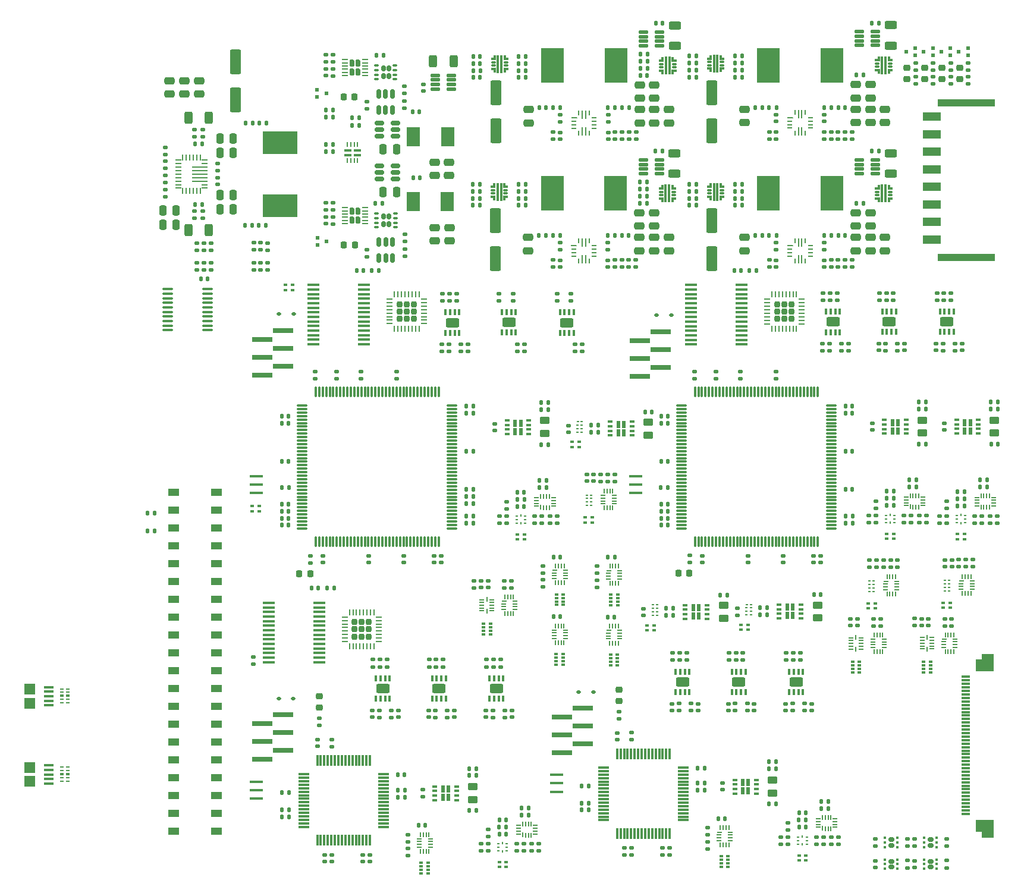
<source format=gbr>
%TF.GenerationSoftware,KiCad,Pcbnew,7.0.8*%
%TF.CreationDate,2024-02-27T11:47:24+02:00*%
%TF.ProjectId,ESLGSU,45534c47-5355-42e6-9b69-6361645f7063,rev?*%
%TF.SameCoordinates,Original*%
%TF.FileFunction,Paste,Top*%
%TF.FilePolarity,Positive*%
%FSLAX46Y46*%
G04 Gerber Fmt 4.6, Leading zero omitted, Abs format (unit mm)*
G04 Created by KiCad (PCBNEW 7.0.8) date 2024-02-27 11:47:24*
%MOMM*%
%LPD*%
G01*
G04 APERTURE LIST*
G04 Aperture macros list*
%AMRoundRect*
0 Rectangle with rounded corners*
0 $1 Rounding radius*
0 $2 $3 $4 $5 $6 $7 $8 $9 X,Y pos of 4 corners*
0 Add a 4 corners polygon primitive as box body*
4,1,4,$2,$3,$4,$5,$6,$7,$8,$9,$2,$3,0*
0 Add four circle primitives for the rounded corners*
1,1,$1+$1,$2,$3*
1,1,$1+$1,$4,$5*
1,1,$1+$1,$6,$7*
1,1,$1+$1,$8,$9*
0 Add four rect primitives between the rounded corners*
20,1,$1+$1,$2,$3,$4,$5,0*
20,1,$1+$1,$4,$5,$6,$7,0*
20,1,$1+$1,$6,$7,$8,$9,0*
20,1,$1+$1,$8,$9,$2,$3,0*%
%AMOutline5P*
0 Free polygon, 5 corners , with rotation*
0 The origin of the aperture is its center*
0 number of corners: always 5*
0 $1 to $10 corner X, Y*
0 $11 Rotation angle, in degrees counterclockwise*
0 create outline with 5 corners*
4,1,5,$1,$2,$3,$4,$5,$6,$7,$8,$9,$10,$1,$2,$11*%
%AMOutline6P*
0 Free polygon, 6 corners , with rotation*
0 The origin of the aperture is its center*
0 number of corners: always 6*
0 $1 to $12 corner X, Y*
0 $13 Rotation angle, in degrees counterclockwise*
0 create outline with 6 corners*
4,1,6,$1,$2,$3,$4,$5,$6,$7,$8,$9,$10,$11,$12,$1,$2,$13*%
%AMOutline7P*
0 Free polygon, 7 corners , with rotation*
0 The origin of the aperture is its center*
0 number of corners: always 7*
0 $1 to $14 corner X, Y*
0 $15 Rotation angle, in degrees counterclockwise*
0 create outline with 7 corners*
4,1,7,$1,$2,$3,$4,$5,$6,$7,$8,$9,$10,$11,$12,$13,$14,$1,$2,$15*%
%AMOutline8P*
0 Free polygon, 8 corners , with rotation*
0 The origin of the aperture is its center*
0 number of corners: always 8*
0 $1 to $16 corner X, Y*
0 $17 Rotation angle, in degrees counterclockwise*
0 create outline with 8 corners*
4,1,8,$1,$2,$3,$4,$5,$6,$7,$8,$9,$10,$11,$12,$13,$14,$15,$16,$1,$2,$17*%
G04 Aperture macros list end*
%ADD10C,0.010000*%
%ADD11RoundRect,0.140000X0.170000X-0.140000X0.170000X0.140000X-0.170000X0.140000X-0.170000X-0.140000X0*%
%ADD12RoundRect,0.140000X0.140000X0.170000X-0.140000X0.170000X-0.140000X-0.170000X0.140000X-0.170000X0*%
%ADD13RoundRect,0.050000X0.050000X-0.300000X0.050000X0.300000X-0.050000X0.300000X-0.050000X-0.300000X0*%
%ADD14RoundRect,0.050000X0.050000X-0.250000X0.050000X0.250000X-0.050000X0.250000X-0.050000X-0.250000X0*%
%ADD15RoundRect,0.050000X0.250000X0.050000X-0.250000X0.050000X-0.250000X-0.050000X0.250000X-0.050000X0*%
%ADD16RoundRect,0.050000X-0.250000X-0.050000X0.250000X-0.050000X0.250000X0.050000X-0.250000X0.050000X0*%
%ADD17RoundRect,0.050000X-0.050000X0.250000X-0.050000X-0.250000X0.050000X-0.250000X0.050000X0.250000X0*%
%ADD18RoundRect,0.140000X-0.170000X0.140000X-0.170000X-0.140000X0.170000X-0.140000X0.170000X0.140000X0*%
%ADD19R,0.400000X0.250000*%
%ADD20R,0.250000X0.450000*%
%ADD21R,0.600000X1.000000*%
%ADD22R,0.650000X0.350000*%
%ADD23R,3.000000X0.650000*%
%ADD24RoundRect,0.050000X-0.300000X-0.050000X0.300000X-0.050000X0.300000X0.050000X-0.300000X0.050000X0*%
%ADD25RoundRect,0.075000X-0.662500X-0.075000X0.662500X-0.075000X0.662500X0.075000X-0.662500X0.075000X0*%
%ADD26RoundRect,0.075000X-0.075000X-0.662500X0.075000X-0.662500X0.075000X0.662500X-0.075000X0.662500X0*%
%ADD27RoundRect,0.135000X-0.185000X0.135000X-0.185000X-0.135000X0.185000X-0.135000X0.185000X0.135000X0*%
%ADD28RoundRect,0.250000X0.475000X-0.250000X0.475000X0.250000X-0.475000X0.250000X-0.475000X-0.250000X0*%
%ADD29RoundRect,0.135000X0.185000X-0.135000X0.185000X0.135000X-0.185000X0.135000X-0.185000X-0.135000X0*%
%ADD30RoundRect,0.140000X-0.140000X-0.170000X0.140000X-0.170000X0.140000X0.170000X-0.140000X0.170000X0*%
%ADD31RoundRect,0.135000X-0.135000X-0.185000X0.135000X-0.185000X0.135000X0.185000X-0.135000X0.185000X0*%
%ADD32R,0.600000X0.500000*%
%ADD33RoundRect,0.050000X-0.125000X-0.050000X0.125000X-0.050000X0.125000X0.050000X-0.125000X0.050000X0*%
%ADD34RoundRect,0.050000X-0.100000X-0.050000X0.100000X-0.050000X0.100000X0.050000X-0.100000X0.050000X0*%
%ADD35RoundRect,0.135000X0.135000X0.185000X-0.135000X0.185000X-0.135000X-0.185000X0.135000X-0.185000X0*%
%ADD36RoundRect,0.250000X-0.475000X0.250000X-0.475000X-0.250000X0.475000X-0.250000X0.475000X0.250000X0*%
%ADD37R,0.500000X0.400000*%
%ADD38R,1.900000X0.400000*%
%ADD39RoundRect,0.100000X-0.637500X-0.100000X0.637500X-0.100000X0.637500X0.100000X-0.637500X0.100000X0*%
%ADD40R,0.500000X0.320000*%
%ADD41R,3.175000X4.950000*%
%ADD42RoundRect,0.250000X-0.250000X-0.475000X0.250000X-0.475000X0.250000X0.475000X-0.250000X0.475000X0*%
%ADD43RoundRect,0.250000X-0.312500X-0.625000X0.312500X-0.625000X0.312500X0.625000X-0.312500X0.625000X0*%
%ADD44Outline5P,-0.400000X0.125000X0.275000X0.125000X0.400000X0.000000X0.400000X-0.125000X-0.400000X-0.125000X0.000000*%
%ADD45R,0.700000X0.250000*%
%ADD46R,0.250000X0.700000*%
%ADD47R,0.250000X1.200000*%
%ADD48RoundRect,0.112500X-0.187500X-0.112500X0.187500X-0.112500X0.187500X0.112500X-0.187500X0.112500X0*%
%ADD49RoundRect,0.125000X0.537500X0.125000X-0.537500X0.125000X-0.537500X-0.125000X0.537500X-0.125000X0*%
%ADD50RoundRect,0.207500X0.207500X-0.207500X0.207500X0.207500X-0.207500X0.207500X-0.207500X-0.207500X0*%
%ADD51RoundRect,0.062500X0.062500X-0.375000X0.062500X0.375000X-0.062500X0.375000X-0.062500X-0.375000X0*%
%ADD52RoundRect,0.062500X0.375000X-0.062500X0.375000X0.062500X-0.375000X0.062500X-0.375000X-0.062500X0*%
%ADD53R,1.750000X0.450000*%
%ADD54RoundRect,0.250000X-0.715000X0.415000X-0.715000X-0.415000X0.715000X-0.415000X0.715000X0.415000X0*%
%ADD55RoundRect,0.087500X-0.087500X0.337500X-0.087500X-0.337500X0.087500X-0.337500X0.087500X0.337500X0*%
%ADD56RoundRect,0.250000X-0.450000X0.262500X-0.450000X-0.262500X0.450000X-0.262500X0.450000X0.262500X0*%
%ADD57RoundRect,0.250000X-0.550000X1.500000X-0.550000X-1.500000X0.550000X-1.500000X0.550000X1.500000X0*%
%ADD58RoundRect,0.218750X-0.256250X0.218750X-0.256250X-0.218750X0.256250X-0.218750X0.256250X0.218750X0*%
%ADD59RoundRect,0.050000X0.300000X0.050000X-0.300000X0.050000X-0.300000X-0.050000X0.300000X-0.050000X0*%
%ADD60RoundRect,0.150000X-0.150000X-0.250000X0.150000X-0.250000X0.150000X0.250000X-0.150000X0.250000X0*%
%ADD61RoundRect,0.097500X-0.227500X-0.097500X0.227500X-0.097500X0.227500X0.097500X-0.227500X0.097500X0*%
%ADD62RoundRect,0.250000X0.625000X-0.312500X0.625000X0.312500X-0.625000X0.312500X-0.625000X-0.312500X0*%
%ADD63RoundRect,0.218750X-0.218750X-0.256250X0.218750X-0.256250X0.218750X0.256250X-0.218750X0.256250X0*%
%ADD64RoundRect,0.160000X0.245000X0.160000X-0.245000X0.160000X-0.245000X-0.160000X0.245000X-0.160000X0*%
%ADD65RoundRect,0.093750X0.093750X0.106250X-0.093750X0.106250X-0.093750X-0.106250X0.093750X-0.106250X0*%
%ADD66RoundRect,0.172500X0.172500X0.332500X-0.172500X0.332500X-0.172500X-0.332500X0.172500X-0.332500X0*%
%ADD67RoundRect,0.050000X0.350000X0.050000X-0.350000X0.050000X-0.350000X-0.050000X0.350000X-0.050000X0*%
%ADD68RoundRect,0.150000X-0.512500X-0.150000X0.512500X-0.150000X0.512500X0.150000X-0.512500X0.150000X0*%
%ADD69RoundRect,0.125000X-0.537500X-0.125000X0.537500X-0.125000X0.537500X0.125000X-0.537500X0.125000X0*%
%ADD70R,2.500000X1.240000*%
%ADD71R,8.200000X1.100000*%
%ADD72R,1.580000X1.020000*%
%ADD73RoundRect,0.009843X0.290157X0.140157X-0.290157X0.140157X-0.290157X-0.140157X0.290157X-0.140157X0*%
%ADD74RoundRect,0.008202X0.116798X0.316798X-0.116798X0.316798X-0.116798X-0.316798X0.116798X-0.316798X0*%
%ADD75RoundRect,0.008202X0.291798X0.116798X-0.291798X0.116798X-0.291798X-0.116798X0.291798X-0.116798X0*%
%ADD76RoundRect,0.009843X0.140157X1.190157X-0.140157X1.190157X-0.140157X-1.190157X0.140157X-1.190157X0*%
%ADD77R,1.903000X2.790000*%
%ADD78R,0.500000X0.250000*%
%ADD79R,0.500000X0.450000*%
%ADD80R,1.350000X0.400000*%
%ADD81R,1.550000X1.500000*%
%ADD82RoundRect,0.075000X-0.700000X-0.075000X0.700000X-0.075000X0.700000X0.075000X-0.700000X0.075000X0*%
%ADD83RoundRect,0.075000X-0.075000X-0.700000X0.075000X-0.700000X0.075000X0.700000X-0.075000X0.700000X0*%
%ADD84RoundRect,0.250000X-0.625000X0.312500X-0.625000X-0.312500X0.625000X-0.312500X0.625000X0.312500X0*%
%ADD85R,0.900000X0.250000*%
%ADD86R,0.250000X0.900000*%
%ADD87R,2.300000X0.250000*%
%ADD88R,1.200000X0.300000*%
%ADD89RoundRect,0.250000X0.250000X0.475000X-0.250000X0.475000X-0.250000X-0.475000X0.250000X-0.475000X0*%
%ADD90RoundRect,0.009843X-0.290157X-0.140157X0.290157X-0.140157X0.290157X0.140157X-0.290157X0.140157X0*%
%ADD91RoundRect,0.008202X-0.116798X-0.316798X0.116798X-0.316798X0.116798X0.316798X-0.116798X0.316798X0*%
%ADD92RoundRect,0.008202X-0.291798X-0.116798X0.291798X-0.116798X0.291798X0.116798X-0.291798X0.116798X0*%
%ADD93RoundRect,0.009843X-0.140157X-1.190157X0.140157X-1.190157X0.140157X1.190157X-0.140157X1.190157X0*%
%ADD94RoundRect,0.150000X0.150000X-0.512500X0.150000X0.512500X-0.150000X0.512500X-0.150000X-0.512500X0*%
%ADD95R,4.950000X3.175000*%
%ADD96RoundRect,0.100000X-0.425000X-0.100000X0.425000X-0.100000X0.425000X0.100000X-0.425000X0.100000X0*%
%ADD97RoundRect,0.050000X-0.050000X-0.250000X0.050000X-0.250000X0.050000X0.250000X-0.050000X0.250000X0*%
G04 APERTURE END LIST*
%TO.C,J9*%
D10*
X216582500Y-151980000D02*
X214982500Y-151980000D01*
X214982500Y-151180000D01*
X214182500Y-151180000D01*
X214182500Y-149580000D01*
X216582500Y-149580000D01*
X216582500Y-151980000D01*
G36*
X216582500Y-151980000D02*
G01*
X214982500Y-151980000D01*
X214982500Y-151180000D01*
X214182500Y-151180000D01*
X214182500Y-149580000D01*
X216582500Y-149580000D01*
X216582500Y-151980000D01*
G37*
X216582500Y-128280000D02*
X214182500Y-128280000D01*
X214182500Y-126680000D01*
X214982500Y-126680000D01*
X214982500Y-125880000D01*
X216582500Y-125880000D01*
X216582500Y-128280000D01*
G36*
X216582500Y-128280000D02*
G01*
X214182500Y-128280000D01*
X214182500Y-126680000D01*
X214982500Y-126680000D01*
X214982500Y-125880000D01*
X216582500Y-125880000D01*
X216582500Y-128280000D01*
G37*
%TD*%
D11*
%TO.C,C208*%
X158127249Y-82810000D03*
X158127249Y-81850000D03*
%TD*%
D12*
%TO.C,C228*%
X116310000Y-106590000D03*
X115350000Y-106590000D03*
%TD*%
D13*
%TO.C,U40*%
X149649749Y-151685600D03*
D14*
X150049749Y-151735600D03*
X150449749Y-151735600D03*
X150849749Y-151735600D03*
D15*
X151449749Y-151535600D03*
X151449749Y-151135600D03*
D16*
X151449749Y-150735600D03*
D15*
X151449749Y-150335600D03*
D14*
X150849749Y-150135600D03*
X150449749Y-150135600D03*
X150049749Y-150135600D03*
D17*
X149649749Y-150135600D03*
D15*
X149049749Y-150335600D03*
X149049749Y-150735600D03*
X149049749Y-151135600D03*
D16*
X149049749Y-151535600D03*
%TD*%
D18*
%TO.C,C162*%
X210745000Y-112525000D03*
X210745000Y-113485000D03*
%TD*%
D19*
%TO.C,U42*%
X146190349Y-152924800D03*
X146190349Y-153424800D03*
X146190349Y-153924800D03*
D20*
X146795349Y-153999800D03*
D19*
X147400349Y-153924800D03*
X147400349Y-153424800D03*
X147400349Y-152924800D03*
D20*
X146795349Y-152849800D03*
%TD*%
D21*
%TO.C,U51*%
X173962500Y-119330000D03*
X173962500Y-120530000D03*
X174737500Y-119330000D03*
X174737500Y-120530000D03*
D22*
X172800000Y-118955000D03*
X172800000Y-119605000D03*
X172800000Y-120255000D03*
X172800000Y-120905000D03*
X175900000Y-120905000D03*
X175900000Y-120255000D03*
X175900000Y-119605000D03*
X175900000Y-118955000D03*
%TD*%
D23*
%TO.C,J3*%
X158231564Y-133595600D03*
X155231564Y-134865600D03*
X158231564Y-136135600D03*
X155231564Y-137405600D03*
X158231564Y-138675600D03*
X155231564Y-139945600D03*
%TD*%
D24*
%TO.C,U88*%
X146980000Y-118380000D03*
D16*
X146930000Y-118780000D03*
X146930000Y-119180000D03*
X146930000Y-119580000D03*
D14*
X147130000Y-120180000D03*
X147530000Y-120180000D03*
D17*
X147930000Y-120180000D03*
D14*
X148330000Y-120180000D03*
D16*
X148530000Y-119580000D03*
X148530000Y-119180000D03*
X148530000Y-118780000D03*
D15*
X148530000Y-118380000D03*
D14*
X148330000Y-117780000D03*
X147930000Y-117780000D03*
X147530000Y-117780000D03*
D17*
X147130000Y-117780000D03*
%TD*%
D25*
%TO.C,U85*%
X118257500Y-90530000D03*
X118257500Y-91030000D03*
X118257500Y-91530000D03*
X118257500Y-92030000D03*
X118257500Y-92530000D03*
X118257500Y-93030000D03*
X118257500Y-93530000D03*
X118257500Y-94030000D03*
X118257500Y-94530000D03*
X118257500Y-95030000D03*
X118257500Y-95530000D03*
X118257500Y-96030000D03*
X118257500Y-96530000D03*
X118257500Y-97030000D03*
X118257500Y-97530000D03*
X118257500Y-98030000D03*
X118257500Y-98530000D03*
X118257500Y-99030000D03*
X118257500Y-99530000D03*
X118257500Y-100030000D03*
X118257500Y-100530000D03*
X118257500Y-101030000D03*
X118257500Y-101530000D03*
X118257500Y-102030000D03*
X118257500Y-102530000D03*
X118257500Y-103030000D03*
X118257500Y-103530000D03*
X118257500Y-104030000D03*
X118257500Y-104530000D03*
X118257500Y-105030000D03*
X118257500Y-105530000D03*
X118257500Y-106030000D03*
X118257500Y-106530000D03*
X118257500Y-107030000D03*
X118257500Y-107530000D03*
X118257500Y-108030000D03*
D26*
X120170000Y-109942500D03*
X120670000Y-109942500D03*
X121170000Y-109942500D03*
X121670000Y-109942500D03*
X122170000Y-109942500D03*
X122670000Y-109942500D03*
X123170000Y-109942500D03*
X123670000Y-109942500D03*
X124170000Y-109942500D03*
X124670000Y-109942500D03*
X125170000Y-109942500D03*
X125670000Y-109942500D03*
X126170000Y-109942500D03*
X126670000Y-109942500D03*
X127170000Y-109942500D03*
X127670000Y-109942500D03*
X128170000Y-109942500D03*
X128670000Y-109942500D03*
X129170000Y-109942500D03*
X129670000Y-109942500D03*
X130170000Y-109942500D03*
X130670000Y-109942500D03*
X131170000Y-109942500D03*
X131670000Y-109942500D03*
X132170000Y-109942500D03*
X132670000Y-109942500D03*
X133170000Y-109942500D03*
X133670000Y-109942500D03*
X134170000Y-109942500D03*
X134670000Y-109942500D03*
X135170000Y-109942500D03*
X135670000Y-109942500D03*
X136170000Y-109942500D03*
X136670000Y-109942500D03*
X137170000Y-109942500D03*
X137670000Y-109942500D03*
D25*
X139582500Y-108030000D03*
X139582500Y-107530000D03*
X139582500Y-107030000D03*
X139582500Y-106530000D03*
X139582500Y-106030000D03*
X139582500Y-105530000D03*
X139582500Y-105030000D03*
X139582500Y-104530000D03*
X139582500Y-104030000D03*
X139582500Y-103530000D03*
X139582500Y-103030000D03*
X139582500Y-102530000D03*
X139582500Y-102030000D03*
X139582500Y-101530000D03*
X139582500Y-101030000D03*
X139582500Y-100530000D03*
X139582500Y-100030000D03*
X139582500Y-99530000D03*
X139582500Y-99030000D03*
X139582500Y-98530000D03*
X139582500Y-98030000D03*
X139582500Y-97530000D03*
X139582500Y-97030000D03*
X139582500Y-96530000D03*
X139582500Y-96030000D03*
X139582500Y-95530000D03*
X139582500Y-95030000D03*
X139582500Y-94530000D03*
X139582500Y-94030000D03*
X139582500Y-93530000D03*
X139582500Y-93030000D03*
X139582500Y-92530000D03*
X139582500Y-92030000D03*
X139582500Y-91530000D03*
X139582500Y-91030000D03*
X139582500Y-90530000D03*
D26*
X137670000Y-88617500D03*
X137170000Y-88617500D03*
X136670000Y-88617500D03*
X136170000Y-88617500D03*
X135670000Y-88617500D03*
X135170000Y-88617500D03*
X134670000Y-88617500D03*
X134170000Y-88617500D03*
X133670000Y-88617500D03*
X133170000Y-88617500D03*
X132670000Y-88617500D03*
X132170000Y-88617500D03*
X131670000Y-88617500D03*
X131170000Y-88617500D03*
X130670000Y-88617500D03*
X130170000Y-88617500D03*
X129670000Y-88617500D03*
X129170000Y-88617500D03*
X128670000Y-88617500D03*
X128170000Y-88617500D03*
X127670000Y-88617500D03*
X127170000Y-88617500D03*
X126670000Y-88617500D03*
X126170000Y-88617500D03*
X125670000Y-88617500D03*
X125170000Y-88617500D03*
X124670000Y-88617500D03*
X124170000Y-88617500D03*
X123670000Y-88617500D03*
X123170000Y-88617500D03*
X122670000Y-88617500D03*
X122170000Y-88617500D03*
X121670000Y-88617500D03*
X121170000Y-88617500D03*
X120670000Y-88617500D03*
X120170000Y-88617500D03*
%TD*%
D27*
%TO.C,R193*%
X208987000Y-106260400D03*
X208987000Y-107280400D03*
%TD*%
D28*
%TO.C,C101*%
X199145000Y-64980000D03*
X199145000Y-63080000D03*
%TD*%
D29*
%TO.C,R281*%
X193625000Y-153035000D03*
X193625000Y-152015000D03*
%TD*%
D27*
%TO.C,R209*%
X201020000Y-112545000D03*
X201020000Y-113565000D03*
%TD*%
D18*
%TO.C,C207*%
X144730000Y-115500000D03*
X144730000Y-116460000D03*
%TD*%
D29*
%TO.C,R3*%
X121620000Y-41580000D03*
X121620000Y-40560000D03*
%TD*%
%TO.C,R288*%
X210012500Y-156360000D03*
X210012500Y-155340000D03*
%TD*%
D30*
%TO.C,C155*%
X161775000Y-112130000D03*
X162735000Y-112130000D03*
%TD*%
D31*
%TO.C,R37*%
X149085000Y-43830000D03*
X150105000Y-43830000D03*
%TD*%
%TO.C,R237*%
X159347500Y-94330000D03*
X160367500Y-94330000D03*
%TD*%
D32*
%TO.C,Q5*%
X210545000Y-40630000D03*
X210545000Y-39630000D03*
X209245000Y-40130000D03*
%TD*%
D18*
%TO.C,C185*%
X191030000Y-111910000D03*
X191030000Y-112870000D03*
%TD*%
D31*
%TO.C,R177*%
X183410000Y-120355000D03*
X184430000Y-120355000D03*
%TD*%
D18*
%TO.C,C128*%
X135419749Y-145250600D03*
X135419749Y-146210600D03*
%TD*%
D33*
%TO.C,U49*%
X168175000Y-118930000D03*
D34*
X168150000Y-119430000D03*
X168150000Y-119930000D03*
X168150000Y-120430000D03*
X168750000Y-120430000D03*
X168750000Y-119930000D03*
X168750000Y-119430000D03*
X168750000Y-118930000D03*
%TD*%
D35*
%TO.C,R236*%
X153300000Y-91100000D03*
X152280000Y-91100000D03*
%TD*%
D36*
%TO.C,C44*%
X168395000Y-48380000D03*
X168395000Y-50280000D03*
%TD*%
D30*
%TO.C,C199*%
X154050000Y-112080000D03*
X155010000Y-112080000D03*
%TD*%
D12*
%TO.C,C1*%
X104772500Y-72505000D03*
X103812500Y-72505000D03*
%TD*%
D27*
%TO.C,R129*%
X173006564Y-125775600D03*
X173006564Y-126795600D03*
%TD*%
D37*
%TO.C,RN1*%
X112120000Y-105570000D03*
X112120000Y-104870000D03*
X111120000Y-104870000D03*
X111120000Y-105570000D03*
%TD*%
D25*
%TO.C,U64*%
X172257500Y-90530000D03*
X172257500Y-91030000D03*
X172257500Y-91530000D03*
X172257500Y-92030000D03*
X172257500Y-92530000D03*
X172257500Y-93030000D03*
X172257500Y-93530000D03*
X172257500Y-94030000D03*
X172257500Y-94530000D03*
X172257500Y-95030000D03*
X172257500Y-95530000D03*
X172257500Y-96030000D03*
X172257500Y-96530000D03*
X172257500Y-97030000D03*
X172257500Y-97530000D03*
X172257500Y-98030000D03*
X172257500Y-98530000D03*
X172257500Y-99030000D03*
X172257500Y-99530000D03*
X172257500Y-100030000D03*
X172257500Y-100530000D03*
X172257500Y-101030000D03*
X172257500Y-101530000D03*
X172257500Y-102030000D03*
X172257500Y-102530000D03*
X172257500Y-103030000D03*
X172257500Y-103530000D03*
X172257500Y-104030000D03*
X172257500Y-104530000D03*
X172257500Y-105030000D03*
X172257500Y-105530000D03*
X172257500Y-106030000D03*
X172257500Y-106530000D03*
X172257500Y-107030000D03*
X172257500Y-107530000D03*
X172257500Y-108030000D03*
D26*
X174170000Y-109942500D03*
X174670000Y-109942500D03*
X175170000Y-109942500D03*
X175670000Y-109942500D03*
X176170000Y-109942500D03*
X176670000Y-109942500D03*
X177170000Y-109942500D03*
X177670000Y-109942500D03*
X178170000Y-109942500D03*
X178670000Y-109942500D03*
X179170000Y-109942500D03*
X179670000Y-109942500D03*
X180170000Y-109942500D03*
X180670000Y-109942500D03*
X181170000Y-109942500D03*
X181670000Y-109942500D03*
X182170000Y-109942500D03*
X182670000Y-109942500D03*
X183170000Y-109942500D03*
X183670000Y-109942500D03*
X184170000Y-109942500D03*
X184670000Y-109942500D03*
X185170000Y-109942500D03*
X185670000Y-109942500D03*
X186170000Y-109942500D03*
X186670000Y-109942500D03*
X187170000Y-109942500D03*
X187670000Y-109942500D03*
X188170000Y-109942500D03*
X188670000Y-109942500D03*
X189170000Y-109942500D03*
X189670000Y-109942500D03*
X190170000Y-109942500D03*
X190670000Y-109942500D03*
X191170000Y-109942500D03*
X191670000Y-109942500D03*
D25*
X193582500Y-108030000D03*
X193582500Y-107530000D03*
X193582500Y-107030000D03*
X193582500Y-106530000D03*
X193582500Y-106030000D03*
X193582500Y-105530000D03*
X193582500Y-105030000D03*
X193582500Y-104530000D03*
X193582500Y-104030000D03*
X193582500Y-103530000D03*
X193582500Y-103030000D03*
X193582500Y-102530000D03*
X193582500Y-102030000D03*
X193582500Y-101530000D03*
X193582500Y-101030000D03*
X193582500Y-100530000D03*
X193582500Y-100030000D03*
X193582500Y-99530000D03*
X193582500Y-99030000D03*
X193582500Y-98530000D03*
X193582500Y-98030000D03*
X193582500Y-97530000D03*
X193582500Y-97030000D03*
X193582500Y-96530000D03*
X193582500Y-96030000D03*
X193582500Y-95530000D03*
X193582500Y-95030000D03*
X193582500Y-94530000D03*
X193582500Y-94030000D03*
X193582500Y-93530000D03*
X193582500Y-93030000D03*
X193582500Y-92530000D03*
X193582500Y-92030000D03*
X193582500Y-91530000D03*
X193582500Y-91030000D03*
X193582500Y-90530000D03*
D26*
X191670000Y-88617500D03*
X191170000Y-88617500D03*
X190670000Y-88617500D03*
X190170000Y-88617500D03*
X189670000Y-88617500D03*
X189170000Y-88617500D03*
X188670000Y-88617500D03*
X188170000Y-88617500D03*
X187670000Y-88617500D03*
X187170000Y-88617500D03*
X186670000Y-88617500D03*
X186170000Y-88617500D03*
X185670000Y-88617500D03*
X185170000Y-88617500D03*
X184670000Y-88617500D03*
X184170000Y-88617500D03*
X183670000Y-88617500D03*
X183170000Y-88617500D03*
X182670000Y-88617500D03*
X182170000Y-88617500D03*
X181670000Y-88617500D03*
X181170000Y-88617500D03*
X180670000Y-88617500D03*
X180170000Y-88617500D03*
X179670000Y-88617500D03*
X179170000Y-88617500D03*
X178670000Y-88617500D03*
X178170000Y-88617500D03*
X177670000Y-88617500D03*
X177170000Y-88617500D03*
X176670000Y-88617500D03*
X176170000Y-88617500D03*
X175670000Y-88617500D03*
X175170000Y-88617500D03*
X174670000Y-88617500D03*
X174170000Y-88617500D03*
%TD*%
D18*
%TO.C,C195*%
X145690000Y-93120000D03*
X145690000Y-94080000D03*
%TD*%
D27*
%TO.C,R278*%
X102895000Y-51270000D03*
X102895000Y-52290000D03*
%TD*%
D12*
%TO.C,C201*%
X149840300Y-102850400D03*
X148880300Y-102850400D03*
%TD*%
%TO.C,C17*%
X103975000Y-61880000D03*
X103015000Y-61880000D03*
%TD*%
D29*
%TO.C,R26*%
X205595000Y-42790000D03*
X205595000Y-41770000D03*
%TD*%
%TO.C,R261*%
X139127249Y-82840000D03*
X139127249Y-81820000D03*
%TD*%
D18*
%TO.C,C120*%
X165131564Y-153555600D03*
X165131564Y-154515600D03*
%TD*%
D35*
%TO.C,R240*%
X153066700Y-102190000D03*
X152046700Y-102190000D03*
%TD*%
D27*
%TO.C,R248*%
X152357500Y-106304800D03*
X152357500Y-107324800D03*
%TD*%
D29*
%TO.C,R7*%
X104095000Y-63890000D03*
X104095000Y-62870000D03*
%TD*%
%TO.C,R224*%
X211220000Y-82715000D03*
X211220000Y-81695000D03*
%TD*%
D38*
%TO.C,Y3*%
X165730000Y-100590000D03*
X165730000Y-101790000D03*
X165730000Y-102990000D03*
%TD*%
D21*
%TO.C,U77*%
X163270000Y-93230000D03*
X163270000Y-94430000D03*
X164045000Y-93230000D03*
X164045000Y-94430000D03*
D22*
X162107500Y-92855000D03*
X162107500Y-93505000D03*
X162107500Y-94155000D03*
X162107500Y-94805000D03*
X165207500Y-94805000D03*
X165207500Y-94155000D03*
X165207500Y-93505000D03*
X165207500Y-92855000D03*
%TD*%
D35*
%TO.C,R80*%
X174355000Y-42780000D03*
X173335000Y-42780000D03*
%TD*%
%TO.C,R141*%
X143029749Y-143230600D03*
X142009749Y-143230600D03*
%TD*%
D27*
%TO.C,R206*%
X203020000Y-112545000D03*
X203020000Y-113565000D03*
%TD*%
D30*
%TO.C,C196*%
X154037964Y-120608407D03*
X154997964Y-120608407D03*
%TD*%
D27*
%TO.C,R17*%
X98745000Y-59760000D03*
X98745000Y-60780000D03*
%TD*%
D29*
%TO.C,R279*%
X153510000Y-107335000D03*
X153510000Y-106315000D03*
%TD*%
D18*
%TO.C,C176*%
X175180000Y-111910000D03*
X175180000Y-112870000D03*
%TD*%
D39*
%TO.C,U1*%
X99067500Y-73955000D03*
X99067500Y-74605000D03*
X99067500Y-75255000D03*
X99067500Y-75905000D03*
X99067500Y-76555000D03*
X99067500Y-77205000D03*
X99067500Y-77855000D03*
X99067500Y-78505000D03*
X99067500Y-79155000D03*
X99067500Y-79805000D03*
X104792500Y-79805000D03*
X104792500Y-79155000D03*
X104792500Y-78505000D03*
X104792500Y-77855000D03*
X104792500Y-77205000D03*
X104792500Y-76555000D03*
X104792500Y-75905000D03*
X104792500Y-75255000D03*
X104792500Y-74605000D03*
X104792500Y-73955000D03*
%TD*%
D30*
%TO.C,C72*%
X182765000Y-48080000D03*
X183725000Y-48080000D03*
%TD*%
D35*
%TO.C,R239*%
X160367500Y-93330000D03*
X159347500Y-93330000D03*
%TD*%
D11*
%TO.C,C113*%
X178906564Y-133965600D03*
X178906564Y-133005600D03*
%TD*%
D35*
%TO.C,R204*%
X196640000Y-107290000D03*
X195620000Y-107290000D03*
%TD*%
D18*
%TO.C,C57*%
X154945000Y-67350000D03*
X154945000Y-68310000D03*
%TD*%
D40*
%TO.C,RN7*%
X136204549Y-157180800D03*
X136204549Y-156680800D03*
X136204549Y-156180800D03*
X136204549Y-155680800D03*
X135204549Y-155680800D03*
X135204549Y-156180800D03*
X135204549Y-156680800D03*
X135204549Y-157180800D03*
%TD*%
D30*
%TO.C,C229*%
X141630000Y-90590000D03*
X142590000Y-90590000D03*
%TD*%
D12*
%TO.C,C189*%
X170310000Y-93090000D03*
X169350000Y-93090000D03*
%TD*%
D29*
%TO.C,R173*%
X160255000Y-116440000D03*
X160255000Y-115420000D03*
%TD*%
D27*
%TO.C,R101*%
X112345000Y-70170000D03*
X112345000Y-71190000D03*
%TD*%
D31*
%TO.C,R138*%
X142009749Y-142230600D03*
X143029749Y-142230600D03*
%TD*%
D29*
%TO.C,R39*%
X162795000Y-52640000D03*
X162795000Y-51620000D03*
%TD*%
%TO.C,R284*%
X151950000Y-153985000D03*
X151950000Y-152965000D03*
%TD*%
D30*
%TO.C,C20*%
X128665000Y-61717500D03*
X129625000Y-61717500D03*
%TD*%
D35*
%TO.C,R28*%
X150105000Y-40830000D03*
X149085000Y-40830000D03*
%TD*%
D36*
%TO.C,C28*%
X139182500Y-55880000D03*
X139182500Y-57780000D03*
%TD*%
D27*
%TO.C,R156*%
X149792549Y-152967600D03*
X149792549Y-153987600D03*
%TD*%
D11*
%TO.C,C107*%
X192545000Y-70810000D03*
X192545000Y-69850000D03*
%TD*%
D29*
%TO.C,R235*%
X152530000Y-116390000D03*
X152530000Y-115370000D03*
%TD*%
D27*
%TO.C,R192*%
X210003000Y-106262400D03*
X210003000Y-107282400D03*
%TD*%
D11*
%TO.C,C118*%
X174606564Y-133965600D03*
X174606564Y-133005600D03*
%TD*%
D29*
%TO.C,R227*%
X201320000Y-82715000D03*
X201320000Y-81695000D03*
%TD*%
D37*
%TO.C,RN16*%
X210545000Y-119355000D03*
X210545000Y-118655000D03*
X209545000Y-118655000D03*
X209545000Y-119355000D03*
%TD*%
D29*
%TO.C,R286*%
X210012500Y-153260000D03*
X210012500Y-152240000D03*
%TD*%
D12*
%TO.C,C70*%
X167325000Y-61730000D03*
X166365000Y-61730000D03*
%TD*%
D36*
%TO.C,C29*%
X137082500Y-55880000D03*
X137082500Y-57780000D03*
%TD*%
D35*
%TO.C,R104*%
X159041564Y-144735600D03*
X158021564Y-144735600D03*
%TD*%
D29*
%TO.C,R2*%
X122620000Y-43590000D03*
X122620000Y-42570000D03*
%TD*%
D12*
%TO.C,C125*%
X159011564Y-148135600D03*
X158051564Y-148135600D03*
%TD*%
D35*
%TO.C,R59*%
X143555000Y-61030000D03*
X142535000Y-61030000D03*
%TD*%
D12*
%TO.C,C114*%
X189957164Y-148563200D03*
X188997164Y-148563200D03*
%TD*%
D41*
%TO.C,L7*%
X184637500Y-60330000D03*
X193652500Y-60330000D03*
%TD*%
D27*
%TO.C,R140*%
X146499749Y-126725600D03*
X146499749Y-127745600D03*
%TD*%
D29*
%TO.C,R127*%
X175986364Y-151690800D03*
X175986364Y-150670800D03*
%TD*%
D12*
%TO.C,C160*%
X212515000Y-104840000D03*
X211555000Y-104840000D03*
%TD*%
D42*
%TO.C,C19*%
X106545000Y-54580000D03*
X108445000Y-54580000D03*
%TD*%
D11*
%TO.C,C235*%
X205412500Y-153230000D03*
X205412500Y-152270000D03*
%TD*%
D43*
%TO.C,R9*%
X102032500Y-49580000D03*
X104957500Y-49580000D03*
%TD*%
D35*
%TO.C,R19*%
X122665000Y-48420000D03*
X121645000Y-48420000D03*
%TD*%
D27*
%TO.C,R84*%
X213095000Y-43670000D03*
X213095000Y-44690000D03*
%TD*%
D44*
%TO.C,U16*%
X156995000Y-49580000D03*
D45*
X156945000Y-50080000D03*
X156945000Y-50580000D03*
X156945000Y-51080000D03*
D46*
X157645000Y-51780000D03*
D47*
X158145000Y-51530000D03*
X158645000Y-51530000D03*
D46*
X159145000Y-51780000D03*
D45*
X159845000Y-51080000D03*
X159845000Y-50580000D03*
X159845000Y-50080000D03*
X159845000Y-49580000D03*
D46*
X159145000Y-48880000D03*
D47*
X158645000Y-49130000D03*
X158145000Y-49130000D03*
D46*
X157645000Y-48880000D03*
%TD*%
D18*
%TO.C,C126*%
X164131564Y-153555600D03*
X164131564Y-154515600D03*
%TD*%
D21*
%TO.C,U37*%
X138312249Y-145160600D03*
X138312249Y-146360600D03*
X139087249Y-145160600D03*
X139087249Y-146360600D03*
D22*
X137149749Y-144785600D03*
X137149749Y-145435600D03*
X137149749Y-146085600D03*
X137149749Y-146735600D03*
X140249749Y-146735600D03*
X140249749Y-146085600D03*
X140249749Y-145435600D03*
X140249749Y-144785600D03*
%TD*%
D40*
%TO.C,RN4*%
X178886364Y-156230800D03*
X178886364Y-155730800D03*
X178886364Y-155230800D03*
X178886364Y-154730800D03*
X177886364Y-154730800D03*
X177886364Y-155230800D03*
X177886364Y-155730800D03*
X177886364Y-156230800D03*
%TD*%
%TO.C,RN19*%
X197595000Y-128555000D03*
X197595000Y-128055000D03*
X197595000Y-127555000D03*
X197595000Y-127055000D03*
X196595000Y-127055000D03*
X196595000Y-127555000D03*
X196595000Y-128055000D03*
X196595000Y-128555000D03*
%TD*%
D27*
%TO.C,R98*%
X104245000Y-70170000D03*
X104245000Y-71190000D03*
%TD*%
D12*
%TO.C,C211*%
X116310000Y-107590000D03*
X115350000Y-107590000D03*
%TD*%
%TO.C,C226*%
X116310000Y-98490000D03*
X115350000Y-98490000D03*
%TD*%
%TO.C,C115*%
X189957164Y-150595200D03*
X188997164Y-150595200D03*
%TD*%
D29*
%TO.C,R146*%
X147099749Y-134945600D03*
X147099749Y-133925600D03*
%TD*%
D19*
%TO.C,U34*%
X188872164Y-151974800D03*
X188872164Y-152474800D03*
X188872164Y-152974800D03*
D20*
X189477164Y-153049800D03*
D19*
X190082164Y-152974800D03*
X190082164Y-152474800D03*
X190082164Y-151974800D03*
D20*
X189477164Y-151899800D03*
%TD*%
D11*
%TO.C,C232*%
X106245000Y-59060000D03*
X106245000Y-58100000D03*
%TD*%
D29*
%TO.C,R133*%
X173606564Y-133995600D03*
X173606564Y-132975600D03*
%TD*%
D35*
%TO.C,R108*%
X185711564Y-142280600D03*
X184691564Y-142280600D03*
%TD*%
%TO.C,R175*%
X217310000Y-91020000D03*
X216290000Y-91020000D03*
%TD*%
D27*
%TO.C,R155*%
X148776549Y-152967600D03*
X148776549Y-153987600D03*
%TD*%
D36*
%TO.C,C98*%
X199145000Y-66580000D03*
X199145000Y-68480000D03*
%TD*%
D29*
%TO.C,R154*%
X137224749Y-134945600D03*
X137224749Y-133925600D03*
%TD*%
D19*
%TO.C,U82*%
X148755300Y-106262000D03*
X148755300Y-106762000D03*
X148755300Y-107262000D03*
D20*
X149360300Y-107337000D03*
D19*
X149965300Y-107262000D03*
X149965300Y-106762000D03*
X149965300Y-106262000D03*
D20*
X149360300Y-106187000D03*
%TD*%
D11*
%TO.C,C131*%
X139924749Y-134915600D03*
X139924749Y-133955600D03*
%TD*%
D12*
%TO.C,C192*%
X170310000Y-106590000D03*
X169350000Y-106590000D03*
%TD*%
D18*
%TO.C,C39*%
X154995000Y-49150000D03*
X154995000Y-50110000D03*
%TD*%
D27*
%TO.C,R150*%
X138324749Y-126725600D03*
X138324749Y-127745600D03*
%TD*%
D48*
%TO.C,D11*%
X168670000Y-77680000D03*
X170770000Y-77680000D03*
%TD*%
D12*
%TO.C,C233*%
X103975000Y-53280000D03*
X103015000Y-53280000D03*
%TD*%
D35*
%TO.C,R48*%
X167355000Y-60730000D03*
X166335000Y-60730000D03*
%TD*%
D24*
%TO.C,U63*%
X201370000Y-115555000D03*
D16*
X201320000Y-115955000D03*
X201320000Y-116355000D03*
X201320000Y-116755000D03*
D14*
X201520000Y-117355000D03*
X201920000Y-117355000D03*
D17*
X202320000Y-117355000D03*
D14*
X202720000Y-117355000D03*
D16*
X202920000Y-116755000D03*
X202920000Y-116355000D03*
X202920000Y-115955000D03*
D15*
X202920000Y-115555000D03*
D14*
X202720000Y-114955000D03*
X202320000Y-114955000D03*
X201920000Y-114955000D03*
D17*
X201520000Y-114955000D03*
%TD*%
D49*
%TO.C,U17*%
X169082500Y-57505000D03*
X169082500Y-56855000D03*
X169082500Y-56205000D03*
X169082500Y-55555000D03*
X166807500Y-55555000D03*
X166807500Y-56205000D03*
X166807500Y-56855000D03*
X166807500Y-57505000D03*
%TD*%
D18*
%TO.C,C135*%
X126849749Y-154505600D03*
X126849749Y-155465600D03*
%TD*%
D35*
%TO.C,R73*%
X180855000Y-41780000D03*
X179835000Y-41780000D03*
%TD*%
D50*
%TO.C,U79*%
X132097500Y-78160000D03*
X133127500Y-78160000D03*
X134157500Y-78160000D03*
X132097500Y-77130000D03*
X133127500Y-77130000D03*
X134157500Y-77130000D03*
X132097500Y-76100000D03*
X133127500Y-76100000D03*
X134157500Y-76100000D03*
D51*
X131377500Y-79567500D03*
X131877500Y-79567500D03*
X132377500Y-79567500D03*
X132877500Y-79567500D03*
X133377500Y-79567500D03*
X133877500Y-79567500D03*
X134377500Y-79567500D03*
X134877500Y-79567500D03*
D52*
X135565000Y-78880000D03*
X135565000Y-78380000D03*
X135565000Y-77880000D03*
X135565000Y-77380000D03*
X135565000Y-76880000D03*
X135565000Y-76380000D03*
X135565000Y-75880000D03*
X135565000Y-75380000D03*
D51*
X134877500Y-74692500D03*
X134377500Y-74692500D03*
X133877500Y-74692500D03*
X133377500Y-74692500D03*
X132877500Y-74692500D03*
X132377500Y-74692500D03*
X131877500Y-74692500D03*
X131377500Y-74692500D03*
D52*
X130690000Y-75380000D03*
X130690000Y-75880000D03*
X130690000Y-76380000D03*
X130690000Y-76880000D03*
X130690000Y-77380000D03*
X130690000Y-77880000D03*
X130690000Y-78380000D03*
X130690000Y-78880000D03*
%TD*%
D35*
%TO.C,R88*%
X180855000Y-60030000D03*
X179835000Y-60030000D03*
%TD*%
D18*
%TO.C,C177*%
X181730000Y-111910000D03*
X181730000Y-112870000D03*
%TD*%
D38*
%TO.C,Y4*%
X111730000Y-100590000D03*
X111730000Y-101790000D03*
X111730000Y-102990000D03*
%TD*%
D29*
%TO.C,R68*%
X210595000Y-42790000D03*
X210595000Y-41770000D03*
%TD*%
D18*
%TO.C,C147*%
X199430000Y-93045000D03*
X199430000Y-94005000D03*
%TD*%
D11*
%TO.C,C96*%
X185745000Y-70810000D03*
X185745000Y-69850000D03*
%TD*%
D13*
%TO.C,U32*%
X192331564Y-150735600D03*
D14*
X192731564Y-150785600D03*
X193131564Y-150785600D03*
X193531564Y-150785600D03*
D15*
X194131564Y-150585600D03*
X194131564Y-150185600D03*
D16*
X194131564Y-149785600D03*
D15*
X194131564Y-149385600D03*
D14*
X193531564Y-149185600D03*
X193131564Y-149185600D03*
X192731564Y-149185600D03*
D17*
X192331564Y-149185600D03*
D15*
X191731564Y-149385600D03*
X191731564Y-149785600D03*
X191731564Y-150185600D03*
D16*
X191731564Y-150585600D03*
%TD*%
D29*
%TO.C,R113*%
X189781564Y-133995600D03*
X189781564Y-132975600D03*
%TD*%
D53*
%TO.C,U48*%
X173629053Y-73380200D03*
X173629053Y-74030200D03*
X173629053Y-74680200D03*
X173629053Y-75330200D03*
X173629053Y-75980200D03*
X173629053Y-76630200D03*
X173629053Y-77280200D03*
X173629053Y-77930200D03*
X173629053Y-78580200D03*
X173629053Y-79230200D03*
X173629053Y-79880200D03*
X173629053Y-80530200D03*
X173629053Y-81180200D03*
X173629053Y-81830200D03*
X180829053Y-81830200D03*
X180829053Y-81180200D03*
X180829053Y-80530200D03*
X180829053Y-79880200D03*
X180829053Y-79230200D03*
X180829053Y-78580200D03*
X180829053Y-77930200D03*
X180829053Y-77280200D03*
X180829053Y-76630200D03*
X180829053Y-75980200D03*
X180829053Y-75330200D03*
X180829053Y-74680200D03*
X180829053Y-74030200D03*
X180829053Y-73380200D03*
%TD*%
D35*
%TO.C,R46*%
X150055000Y-59030000D03*
X149035000Y-59030000D03*
%TD*%
D24*
%TO.C,U62*%
X212095000Y-115505000D03*
D16*
X212045000Y-115905000D03*
X212045000Y-116305000D03*
X212045000Y-116705000D03*
D14*
X212245000Y-117305000D03*
X212645000Y-117305000D03*
D17*
X213045000Y-117305000D03*
D14*
X213445000Y-117305000D03*
D16*
X213645000Y-116705000D03*
X213645000Y-116305000D03*
X213645000Y-115905000D03*
D15*
X213645000Y-115505000D03*
D14*
X213445000Y-114905000D03*
X213045000Y-114905000D03*
X212645000Y-114905000D03*
D17*
X212245000Y-114905000D03*
%TD*%
D32*
%TO.C,Q2*%
X120395000Y-66667500D03*
X120395000Y-67667500D03*
X121695000Y-67167500D03*
%TD*%
D24*
%TO.C,U47*%
X161892964Y-122558407D03*
D16*
X161842964Y-122958407D03*
X161842964Y-123358407D03*
X161842964Y-123758407D03*
D14*
X162042964Y-124358407D03*
X162442964Y-124358407D03*
D17*
X162842964Y-124358407D03*
D14*
X163242964Y-124358407D03*
D16*
X163442964Y-123758407D03*
X163442964Y-123358407D03*
X163442964Y-122958407D03*
D15*
X163442964Y-122558407D03*
D14*
X163242964Y-121958407D03*
X162842964Y-121958407D03*
X162442964Y-121958407D03*
D17*
X162042964Y-121958407D03*
%TD*%
D42*
%TO.C,C15*%
X106545000Y-62630000D03*
X108445000Y-62630000D03*
%TD*%
D12*
%TO.C,C12*%
X113125000Y-50280000D03*
X112165000Y-50280000D03*
%TD*%
D30*
%TO.C,C182*%
X195630000Y-97090000D03*
X196590000Y-97090000D03*
%TD*%
D11*
%TO.C,C111*%
X187081564Y-133965600D03*
X187081564Y-133005600D03*
%TD*%
%TO.C,C220*%
X131730000Y-86690000D03*
X131730000Y-85730000D03*
%TD*%
D29*
%TO.C,R79*%
X184745000Y-52590000D03*
X184745000Y-51570000D03*
%TD*%
D12*
%TO.C,C104*%
X174325000Y-60030000D03*
X173365000Y-60030000D03*
%TD*%
D18*
%TO.C,C168*%
X197295000Y-120925000D03*
X197295000Y-121885000D03*
%TD*%
D49*
%TO.C,U21*%
X199882500Y-39255000D03*
X199882500Y-38605000D03*
X199882500Y-37955000D03*
X199882500Y-37305000D03*
X197607500Y-37305000D03*
X197607500Y-37955000D03*
X197607500Y-38605000D03*
X197607500Y-39255000D03*
%TD*%
D27*
%TO.C,R27*%
X205595000Y-43670000D03*
X205595000Y-44690000D03*
%TD*%
D18*
%TO.C,C150*%
X209700000Y-93040000D03*
X209700000Y-94000000D03*
%TD*%
D35*
%TO.C,R249*%
X116340000Y-102190000D03*
X115320000Y-102190000D03*
%TD*%
D12*
%TO.C,C49*%
X143575000Y-40830000D03*
X142615000Y-40830000D03*
%TD*%
D35*
%TO.C,R268*%
X142640000Y-103490000D03*
X141620000Y-103490000D03*
%TD*%
D38*
%TO.C,Y1*%
X154431564Y-143135600D03*
X154431564Y-144335600D03*
X154431564Y-145535600D03*
%TD*%
D35*
%TO.C,R54*%
X150055000Y-61030000D03*
X149035000Y-61030000D03*
%TD*%
D54*
%TO.C,U44*%
X129724749Y-130835600D03*
D55*
X130699749Y-129385600D03*
X130049749Y-129385600D03*
X129399749Y-129385600D03*
X128749749Y-129385600D03*
X128749749Y-132285600D03*
X129399749Y-132285600D03*
X130049749Y-132285600D03*
X130699749Y-132285600D03*
%TD*%
D35*
%TO.C,R267*%
X142640000Y-104480000D03*
X141620000Y-104480000D03*
%TD*%
%TO.C,R85*%
X180855000Y-59030000D03*
X179835000Y-59030000D03*
%TD*%
D11*
%TO.C,C89*%
X192545000Y-52560000D03*
X192545000Y-51600000D03*
%TD*%
D12*
%TO.C,C191*%
X170310000Y-104590000D03*
X169350000Y-104590000D03*
%TD*%
D56*
%TO.C,R168*%
X206530000Y-92612500D03*
X206530000Y-94437500D03*
%TD*%
D11*
%TO.C,C2*%
X121620000Y-43560000D03*
X121620000Y-42600000D03*
%TD*%
D29*
%TO.C,R213*%
X195020000Y-82740000D03*
X195020000Y-81720000D03*
%TD*%
%TO.C,R222*%
X209520000Y-82715000D03*
X209520000Y-81695000D03*
%TD*%
D36*
%TO.C,C45*%
X166295000Y-48380000D03*
X166295000Y-50280000D03*
%TD*%
D40*
%TO.C,RN22*%
X155430000Y-118930000D03*
X155430000Y-118430000D03*
X155430000Y-117930000D03*
X155430000Y-117430000D03*
X154430000Y-117430000D03*
X154430000Y-117930000D03*
X154430000Y-118430000D03*
X154430000Y-118930000D03*
%TD*%
D31*
%TO.C,R231*%
X96225000Y-108355000D03*
X97245000Y-108355000D03*
%TD*%
D12*
%TO.C,C194*%
X153270000Y-96100000D03*
X152310000Y-96100000D03*
%TD*%
D56*
%TO.C,R103*%
X185201564Y-143868100D03*
X185201564Y-145693100D03*
%TD*%
D27*
%TO.C,R191*%
X198912800Y-106211200D03*
X198912800Y-107231200D03*
%TD*%
D12*
%TO.C,C50*%
X143575000Y-41830000D03*
X142615000Y-41830000D03*
%TD*%
D18*
%TO.C,C171*%
X206420000Y-120900000D03*
X206420000Y-121860000D03*
%TD*%
D11*
%TO.C,C60*%
X154945000Y-70810000D03*
X154945000Y-69850000D03*
%TD*%
D18*
%TO.C,C66*%
X161745000Y-67350000D03*
X161745000Y-68310000D03*
%TD*%
D54*
%TO.C,U70*%
X210020000Y-78605000D03*
D55*
X210995000Y-77155000D03*
X210345000Y-77155000D03*
X209695000Y-77155000D03*
X209045000Y-77155000D03*
X209045000Y-80055000D03*
X209695000Y-80055000D03*
X210345000Y-80055000D03*
X210995000Y-80055000D03*
%TD*%
D18*
%TO.C,C164*%
X200020000Y-112575000D03*
X200020000Y-113535000D03*
%TD*%
%TO.C,C213*%
X127730000Y-111910000D03*
X127730000Y-112870000D03*
%TD*%
D11*
%TO.C,C130*%
X144399749Y-134915600D03*
X144399749Y-133955600D03*
%TD*%
D18*
%TO.C,C181*%
X192030000Y-111910000D03*
X192030000Y-112870000D03*
%TD*%
D54*
%TO.C,U86*%
X139627249Y-78730000D03*
D55*
X140602249Y-77280000D03*
X139952249Y-77280000D03*
X139302249Y-77280000D03*
X138652249Y-77280000D03*
X138652249Y-80180000D03*
X139302249Y-80180000D03*
X139952249Y-80180000D03*
X140602249Y-80180000D03*
%TD*%
D56*
%TO.C,R238*%
X167542500Y-92917500D03*
X167542500Y-94742500D03*
%TD*%
D35*
%TO.C,R50*%
X150055000Y-60030000D03*
X149035000Y-60030000D03*
%TD*%
D57*
%TO.C,C76*%
X176545000Y-45980000D03*
X176545000Y-51380000D03*
%TD*%
D58*
%TO.C,D6*%
X211845000Y-42442500D03*
X211845000Y-44017500D03*
%TD*%
D29*
%TO.C,R272*%
X111277364Y-127349800D03*
X111277364Y-126329800D03*
%TD*%
D35*
%TO.C,R118*%
X189987164Y-149579200D03*
X188967164Y-149579200D03*
%TD*%
D27*
%TO.C,R197*%
X215032200Y-106262400D03*
X215032200Y-107282400D03*
%TD*%
D30*
%TO.C,C148*%
X161762964Y-120658407D03*
X162722964Y-120658407D03*
%TD*%
D35*
%TO.C,R76*%
X180855000Y-42780000D03*
X179835000Y-42780000D03*
%TD*%
D31*
%TO.C,R56*%
X166335000Y-58730000D03*
X167355000Y-58730000D03*
%TD*%
D23*
%TO.C,J8*%
X115557500Y-79850000D03*
X112557500Y-81120000D03*
X115557500Y-82390000D03*
X112557500Y-83660000D03*
X115557500Y-84930000D03*
X112557500Y-86200000D03*
%TD*%
D58*
%TO.C,D8*%
X163331564Y-131006850D03*
X163331564Y-132581850D03*
%TD*%
D35*
%TO.C,R6*%
X111155000Y-64880000D03*
X110135000Y-64880000D03*
%TD*%
D36*
%TO.C,C8*%
X99345000Y-44280000D03*
X99345000Y-46180000D03*
%TD*%
D11*
%TO.C,C11*%
X132820000Y-48160000D03*
X132820000Y-47200000D03*
%TD*%
D30*
%TO.C,C142*%
X131869749Y-143085600D03*
X132829749Y-143085600D03*
%TD*%
D28*
%TO.C,C65*%
X168345000Y-64980000D03*
X168345000Y-63080000D03*
%TD*%
D12*
%TO.C,C52*%
X167375000Y-43530000D03*
X166415000Y-43530000D03*
%TD*%
D30*
%TO.C,C36*%
X152015000Y-48130000D03*
X152975000Y-48130000D03*
%TD*%
D27*
%TO.C,R246*%
X146312300Y-106302800D03*
X146312300Y-107322800D03*
%TD*%
D24*
%TO.C,U67*%
X196395000Y-123605000D03*
X196395000Y-124005000D03*
X196395000Y-124405000D03*
X196395000Y-124805000D03*
X196395000Y-125205000D03*
D13*
X197095000Y-125255000D03*
D59*
X197795000Y-125205000D03*
D24*
X197795000Y-124805000D03*
X197795000Y-124405000D03*
X197795000Y-124005000D03*
X197795000Y-123605000D03*
D13*
X197095000Y-123555000D03*
%TD*%
D18*
%TO.C,C180*%
X186730000Y-111910000D03*
X186730000Y-112870000D03*
%TD*%
%TO.C,C203*%
X158757500Y-100350000D03*
X158757500Y-101310000D03*
%TD*%
D54*
%TO.C,U90*%
X147677249Y-78705000D03*
D55*
X148652249Y-77255000D03*
X148002249Y-77255000D03*
X147352249Y-77255000D03*
X146702249Y-77255000D03*
X146702249Y-80155000D03*
X147352249Y-80155000D03*
X148002249Y-80155000D03*
X148652249Y-80155000D03*
%TD*%
D54*
%TO.C,U33*%
X180406564Y-129885600D03*
D55*
X181381564Y-128435600D03*
X180731564Y-128435600D03*
X180081564Y-128435600D03*
X179431564Y-128435600D03*
X179431564Y-131335600D03*
X180081564Y-131335600D03*
X180731564Y-131335600D03*
X181381564Y-131335600D03*
%TD*%
D18*
%TO.C,C172*%
X196295000Y-120925000D03*
X196295000Y-121885000D03*
%TD*%
D31*
%TO.C,R38*%
X166385000Y-40530000D03*
X167405000Y-40530000D03*
%TD*%
D60*
%TO.C,U6*%
X129820000Y-63642500D03*
X129820000Y-64742500D03*
X130620000Y-63642500D03*
X130620000Y-64742500D03*
D61*
X128845000Y-65167500D03*
X128845000Y-63217500D03*
X128845000Y-63867500D03*
X128845000Y-64517500D03*
X131495000Y-63217500D03*
X131495000Y-63867500D03*
X131495000Y-64517500D03*
X131495000Y-65167500D03*
%TD*%
D27*
%TO.C,R219*%
X210720000Y-120890000D03*
X210720000Y-121910000D03*
%TD*%
D12*
%TO.C,C178*%
X170310000Y-92090000D03*
X169350000Y-92090000D03*
%TD*%
D11*
%TO.C,C187*%
X180630000Y-86690000D03*
X180630000Y-85730000D03*
%TD*%
D18*
%TO.C,C75*%
X185745000Y-49100000D03*
X185745000Y-50060000D03*
%TD*%
D29*
%TO.C,R121*%
X179906564Y-133995600D03*
X179906564Y-132975600D03*
%TD*%
D35*
%TO.C,R185*%
X215743400Y-101131600D03*
X214723400Y-101131600D03*
%TD*%
D62*
%TO.C,R31*%
X171295000Y-39330000D03*
X171295000Y-36405000D03*
%TD*%
D44*
%TO.C,U28*%
X187745000Y-67780000D03*
D45*
X187695000Y-68280000D03*
X187695000Y-68780000D03*
X187695000Y-69280000D03*
D46*
X188395000Y-69980000D03*
D47*
X188895000Y-69730000D03*
X189395000Y-69730000D03*
D46*
X189895000Y-69980000D03*
D45*
X190595000Y-69280000D03*
X190595000Y-68780000D03*
X190595000Y-68280000D03*
X190595000Y-67780000D03*
D46*
X189895000Y-67080000D03*
D47*
X189395000Y-67330000D03*
X188895000Y-67330000D03*
D46*
X188395000Y-67080000D03*
%TD*%
D27*
%TO.C,R126*%
X187445164Y-149932800D03*
X187445164Y-150952800D03*
%TD*%
%TO.C,R225*%
X201420000Y-74495000D03*
X201420000Y-75515000D03*
%TD*%
D58*
%TO.C,D3*%
X204345000Y-42442500D03*
X204345000Y-44017500D03*
%TD*%
D18*
%TO.C,C139*%
X122449749Y-154505600D03*
X122449749Y-155465600D03*
%TD*%
D11*
%TO.C,C42*%
X154995000Y-52610000D03*
X154995000Y-51650000D03*
%TD*%
D29*
%TO.C,R223*%
X208620000Y-75515000D03*
X208620000Y-74495000D03*
%TD*%
D36*
%TO.C,C81*%
X197045000Y-48330000D03*
X197045000Y-50230000D03*
%TD*%
D12*
%TO.C,C88*%
X198125000Y-43480000D03*
X197165000Y-43480000D03*
%TD*%
D63*
%TO.C,D1*%
X124132500Y-46580000D03*
X125707500Y-46580000D03*
%TD*%
D64*
%TO.C,U96*%
X202112500Y-156250000D03*
X202112500Y-155450000D03*
D65*
X203000000Y-156500000D03*
X203000000Y-155850000D03*
X203000000Y-155200000D03*
X201225000Y-155200000D03*
X201225000Y-155850000D03*
X201225000Y-156500000D03*
%TD*%
D66*
%TO.C,U4*%
X126195000Y-43030000D03*
X126195000Y-41780000D03*
X125345000Y-43030000D03*
X125345000Y-41780000D03*
D67*
X127220000Y-43530000D03*
X127220000Y-43080000D03*
X127220000Y-42630000D03*
X127220000Y-42180000D03*
X127220000Y-41730000D03*
X127220000Y-41280000D03*
X124320000Y-41280000D03*
X124320000Y-41730000D03*
X124320000Y-42180000D03*
X124320000Y-42630000D03*
X124320000Y-43080000D03*
X124320000Y-43530000D03*
%TD*%
D40*
%TO.C,RN27*%
X145030000Y-123130000D03*
X145030000Y-122630000D03*
X145030000Y-122130000D03*
X145030000Y-121630000D03*
X144030000Y-121630000D03*
X144030000Y-122130000D03*
X144030000Y-122630000D03*
X144030000Y-123130000D03*
%TD*%
D29*
%TO.C,R112*%
X187181564Y-126795600D03*
X187181564Y-125775600D03*
%TD*%
D35*
%TO.C,R41*%
X143605000Y-42830000D03*
X142585000Y-42830000D03*
%TD*%
D37*
%TO.C,RN17*%
X199820000Y-119405000D03*
X199820000Y-118705000D03*
X198820000Y-118705000D03*
X198820000Y-119405000D03*
%TD*%
D11*
%TO.C,C237*%
X205412500Y-156330000D03*
X205412500Y-155370000D03*
%TD*%
D31*
%TO.C,R42*%
X153935000Y-66330000D03*
X154955000Y-66330000D03*
%TD*%
D29*
%TO.C,R287*%
X204412500Y-156360000D03*
X204412500Y-155340000D03*
%TD*%
D18*
%TO.C,C109*%
X178101564Y-144300600D03*
X178101564Y-145260600D03*
%TD*%
D37*
%TO.C,RN14*%
X212543000Y-109558800D03*
X212543000Y-108858800D03*
X211543000Y-108858800D03*
X211543000Y-109558800D03*
%TD*%
D29*
%TO.C,R89*%
X194545000Y-70840000D03*
X194545000Y-69820000D03*
%TD*%
D27*
%TO.C,R256*%
X160757500Y-100320000D03*
X160757500Y-101340000D03*
%TD*%
D21*
%TO.C,U73*%
X148582500Y-93030000D03*
X148582500Y-94230000D03*
X149357500Y-93030000D03*
X149357500Y-94230000D03*
D22*
X147420000Y-92655000D03*
X147420000Y-93305000D03*
X147420000Y-93955000D03*
X147420000Y-94605000D03*
X150520000Y-94605000D03*
X150520000Y-93955000D03*
X150520000Y-93305000D03*
X150520000Y-92655000D03*
%TD*%
D27*
%TO.C,R149*%
X137324749Y-126725600D03*
X137324749Y-127745600D03*
%TD*%
%TO.C,R47*%
X165745000Y-69810000D03*
X165745000Y-70830000D03*
%TD*%
D30*
%TO.C,C123*%
X174551564Y-142135600D03*
X175511564Y-142135600D03*
%TD*%
D11*
%TO.C,C169*%
X212220000Y-82685000D03*
X212220000Y-81725000D03*
%TD*%
D27*
%TO.C,R254*%
X162757500Y-100320000D03*
X162757500Y-101340000D03*
%TD*%
D43*
%TO.C,R4*%
X136882500Y-41480000D03*
X139807500Y-41480000D03*
%TD*%
D21*
%TO.C,U45*%
X202322500Y-92955000D03*
X202322500Y-94155000D03*
X203097500Y-92955000D03*
X203097500Y-94155000D03*
D22*
X201160000Y-92580000D03*
X201160000Y-93230000D03*
X201160000Y-93880000D03*
X201160000Y-94530000D03*
X204260000Y-94530000D03*
X204260000Y-93880000D03*
X204260000Y-93230000D03*
X204260000Y-92580000D03*
%TD*%
D44*
%TO.C,U24*%
X187745000Y-49530000D03*
D45*
X187695000Y-50030000D03*
X187695000Y-50530000D03*
X187695000Y-51030000D03*
D46*
X188395000Y-51730000D03*
D47*
X188895000Y-51480000D03*
X189395000Y-51480000D03*
D46*
X189895000Y-51730000D03*
D45*
X190595000Y-51030000D03*
X190595000Y-50530000D03*
X190595000Y-50030000D03*
X190595000Y-49530000D03*
D46*
X189895000Y-48830000D03*
D47*
X189395000Y-49080000D03*
X188895000Y-49080000D03*
D46*
X188395000Y-48830000D03*
%TD*%
D29*
%TO.C,R130*%
X163376564Y-135154350D03*
X163376564Y-134134350D03*
%TD*%
D27*
%TO.C,R159*%
X144763349Y-150882800D03*
X144763349Y-151902800D03*
%TD*%
D29*
%TO.C,R58*%
X153945000Y-70840000D03*
X153945000Y-69820000D03*
%TD*%
D68*
%TO.C,U12*%
X129270000Y-56380000D03*
X129270000Y-57330000D03*
X129270000Y-58280000D03*
X131545000Y-58280000D03*
X131545000Y-57330000D03*
X131545000Y-56380000D03*
%TD*%
D42*
%TO.C,C14*%
X106545000Y-60580000D03*
X108445000Y-60580000D03*
%TD*%
D12*
%TO.C,C127*%
X142999749Y-148230600D03*
X142039749Y-148230600D03*
%TD*%
D32*
%TO.C,Q6*%
X213045000Y-40630000D03*
X213045000Y-39630000D03*
X211745000Y-40130000D03*
%TD*%
D27*
%TO.C,R161*%
X129324749Y-126725600D03*
X129324749Y-127745600D03*
%TD*%
%TO.C,R258*%
X140227249Y-74620000D03*
X140227249Y-75640000D03*
%TD*%
D29*
%TO.C,R94*%
X184745000Y-70840000D03*
X184745000Y-69820000D03*
%TD*%
D27*
%TO.C,R135*%
X122449749Y-138075600D03*
X122449749Y-139095600D03*
%TD*%
%TO.C,R122*%
X191458364Y-152017600D03*
X191458364Y-153037600D03*
%TD*%
%TO.C,R128*%
X172006564Y-125775600D03*
X172006564Y-126795600D03*
%TD*%
D31*
%TO.C,R20*%
X121645000Y-49480000D03*
X122665000Y-49480000D03*
%TD*%
D12*
%TO.C,C157*%
X202440800Y-102758800D03*
X201480800Y-102758800D03*
%TD*%
D35*
%TO.C,R184*%
X215741400Y-102147600D03*
X214721400Y-102147600D03*
%TD*%
%TO.C,R174*%
X207040000Y-91025000D03*
X206020000Y-91025000D03*
%TD*%
D29*
%TO.C,R280*%
X154525000Y-107335000D03*
X154525000Y-106315000D03*
%TD*%
D50*
%TO.C,U92*%
X125697364Y-123432300D03*
X126727364Y-123432300D03*
X127757364Y-123432300D03*
X125697364Y-122402300D03*
X126727364Y-122402300D03*
X127757364Y-122402300D03*
X125697364Y-121372300D03*
X126727364Y-121372300D03*
X127757364Y-121372300D03*
D51*
X124977364Y-124839800D03*
X125477364Y-124839800D03*
X125977364Y-124839800D03*
X126477364Y-124839800D03*
X126977364Y-124839800D03*
X127477364Y-124839800D03*
X127977364Y-124839800D03*
X128477364Y-124839800D03*
D52*
X129164864Y-124152300D03*
X129164864Y-123652300D03*
X129164864Y-123152300D03*
X129164864Y-122652300D03*
X129164864Y-122152300D03*
X129164864Y-121652300D03*
X129164864Y-121152300D03*
X129164864Y-120652300D03*
D51*
X128477364Y-119964800D03*
X127977364Y-119964800D03*
X127477364Y-119964800D03*
X126977364Y-119964800D03*
X126477364Y-119964800D03*
X125977364Y-119964800D03*
X125477364Y-119964800D03*
X124977364Y-119964800D03*
D52*
X124289864Y-120652300D03*
X124289864Y-121152300D03*
X124289864Y-121652300D03*
X124289864Y-122152300D03*
X124289864Y-122652300D03*
X124289864Y-123152300D03*
X124289864Y-123652300D03*
X124289864Y-124152300D03*
%TD*%
D69*
%TO.C,U3*%
X137207500Y-43505000D03*
X137207500Y-44155000D03*
X137207500Y-44805000D03*
X137207500Y-45455000D03*
X139482500Y-45455000D03*
X139482500Y-44805000D03*
X139482500Y-44155000D03*
X139482500Y-43505000D03*
%TD*%
D18*
%TO.C,C93*%
X185745000Y-67350000D03*
X185745000Y-68310000D03*
%TD*%
%TO.C,C212*%
X121180000Y-111910000D03*
X121180000Y-112870000D03*
%TD*%
D30*
%TO.C,C218*%
X141630000Y-97090000D03*
X142590000Y-97090000D03*
%TD*%
D11*
%TO.C,C53*%
X161795000Y-52610000D03*
X161795000Y-51650000D03*
%TD*%
D27*
%TO.C,R61*%
X113345000Y-67380000D03*
X113345000Y-68400000D03*
%TD*%
D35*
%TO.C,R183*%
X205669200Y-101082400D03*
X204649200Y-101082400D03*
%TD*%
D18*
%TO.C,C231*%
X106245000Y-56100000D03*
X106245000Y-57060000D03*
%TD*%
D41*
%TO.C,L5*%
X153837500Y-60330000D03*
X162852500Y-60330000D03*
%TD*%
D29*
%TO.C,R144*%
X145399749Y-134945600D03*
X145399749Y-133925600D03*
%TD*%
D12*
%TO.C,C202*%
X149840300Y-104882400D03*
X148880300Y-104882400D03*
%TD*%
D30*
%TO.C,C230*%
X119597364Y-116564800D03*
X120557364Y-116564800D03*
%TD*%
D53*
%TO.C,U91*%
X113477364Y-118639800D03*
X113477364Y-119289800D03*
X113477364Y-119939800D03*
X113477364Y-120589800D03*
X113477364Y-121239800D03*
X113477364Y-121889800D03*
X113477364Y-122539800D03*
X113477364Y-123189800D03*
X113477364Y-123839800D03*
X113477364Y-124489800D03*
X113477364Y-125139800D03*
X113477364Y-125789800D03*
X113477364Y-126439800D03*
X113477364Y-127089800D03*
X120677364Y-127089800D03*
X120677364Y-126439800D03*
X120677364Y-125789800D03*
X120677364Y-125139800D03*
X120677364Y-124489800D03*
X120677364Y-123839800D03*
X120677364Y-123189800D03*
X120677364Y-122539800D03*
X120677364Y-121889800D03*
X120677364Y-121239800D03*
X120677364Y-120589800D03*
X120677364Y-119939800D03*
X120677364Y-119289800D03*
X120677364Y-118639800D03*
%TD*%
D70*
%TO.C,J10*%
X207870000Y-49405000D03*
X207870000Y-51905000D03*
X207870000Y-54405000D03*
X207870000Y-56905000D03*
X207870000Y-59405000D03*
X207870000Y-61905000D03*
X207870000Y-64405000D03*
X207870000Y-66905000D03*
D71*
X212800000Y-69475000D03*
X212800000Y-47435000D03*
%TD*%
D35*
%TO.C,R151*%
X147305349Y-150529200D03*
X146285349Y-150529200D03*
%TD*%
D12*
%TO.C,C175*%
X170310000Y-107590000D03*
X169350000Y-107590000D03*
%TD*%
D57*
%TO.C,C58*%
X145745000Y-64230000D03*
X145745000Y-69630000D03*
%TD*%
D35*
%TO.C,R182*%
X205667200Y-102098400D03*
X204647200Y-102098400D03*
%TD*%
D38*
%TO.C,Y2*%
X111749749Y-144085600D03*
X111749749Y-145285600D03*
X111749749Y-146485600D03*
%TD*%
D27*
%TO.C,R215*%
X209620000Y-74495000D03*
X209620000Y-75515000D03*
%TD*%
D40*
%TO.C,RN9*%
X163155000Y-118980000D03*
X163155000Y-118480000D03*
X163155000Y-117980000D03*
X163155000Y-117480000D03*
X162155000Y-117480000D03*
X162155000Y-117980000D03*
X162155000Y-118480000D03*
X162155000Y-118980000D03*
%TD*%
D12*
%TO.C,C146*%
X207010000Y-96025000D03*
X206050000Y-96025000D03*
%TD*%
D35*
%TO.C,R82*%
X193555000Y-66330000D03*
X192535000Y-66330000D03*
%TD*%
D36*
%TO.C,C80*%
X199145000Y-48330000D03*
X199145000Y-50230000D03*
%TD*%
D57*
%TO.C,C94*%
X176545000Y-64230000D03*
X176545000Y-69630000D03*
%TD*%
D29*
%TO.C,R90*%
X195545000Y-70830000D03*
X195545000Y-69810000D03*
%TD*%
D12*
%TO.C,C179*%
X170310000Y-105590000D03*
X169350000Y-105590000D03*
%TD*%
D72*
%TO.C,U72*%
X99985000Y-102870000D03*
X106010000Y-102870000D03*
X99985000Y-105410000D03*
X106010000Y-105410000D03*
X99985000Y-107950000D03*
X106010000Y-107950000D03*
X99985000Y-110490000D03*
X106010000Y-110490000D03*
X99985000Y-113030000D03*
X106010000Y-113030000D03*
X99985000Y-115570000D03*
X106010000Y-115570000D03*
X99985000Y-118110000D03*
X106010000Y-118110000D03*
X99985000Y-120650000D03*
X106010000Y-120650000D03*
X99985000Y-123190000D03*
X106010000Y-123190000D03*
X99985000Y-125730000D03*
X106010000Y-125730000D03*
X99985000Y-128270000D03*
X106010000Y-128270000D03*
X99985000Y-130810000D03*
X106010000Y-130810000D03*
X99985000Y-133350000D03*
X106010000Y-133350000D03*
X99985000Y-135890000D03*
X106010000Y-135890000D03*
X99985000Y-138430000D03*
X106010000Y-138430000D03*
X99985000Y-140970000D03*
X106010000Y-140970000D03*
X99985000Y-143510000D03*
X106010000Y-143510000D03*
X99985000Y-146050000D03*
X106010000Y-146050000D03*
X99985000Y-148590000D03*
X106010000Y-148590000D03*
X99985000Y-151130000D03*
X106010000Y-151130000D03*
%TD*%
D36*
%TO.C,C100*%
X201245000Y-66580000D03*
X201245000Y-68480000D03*
%TD*%
D11*
%TO.C,C78*%
X185745000Y-52560000D03*
X185745000Y-51600000D03*
%TD*%
D12*
%TO.C,C38*%
X169575000Y-36130000D03*
X168615000Y-36130000D03*
%TD*%
D29*
%TO.C,R93*%
X193545000Y-70840000D03*
X193545000Y-69820000D03*
%TD*%
D56*
%TO.C,R232*%
X152790000Y-92687500D03*
X152790000Y-94512500D03*
%TD*%
D11*
%TO.C,C10*%
X122620000Y-41560000D03*
X122620000Y-40600000D03*
%TD*%
D23*
%TO.C,J4*%
X115549749Y-134545600D03*
X112549749Y-135815600D03*
X115549749Y-137085600D03*
X112549749Y-138355600D03*
X115549749Y-139625600D03*
X112549749Y-140895600D03*
%TD*%
D53*
%TO.C,U75*%
X119877500Y-73367500D03*
X119877500Y-74017500D03*
X119877500Y-74667500D03*
X119877500Y-75317500D03*
X119877500Y-75967500D03*
X119877500Y-76617500D03*
X119877500Y-77267500D03*
X119877500Y-77917500D03*
X119877500Y-78567500D03*
X119877500Y-79217500D03*
X119877500Y-79867500D03*
X119877500Y-80517500D03*
X119877500Y-81167500D03*
X119877500Y-81817500D03*
X127077500Y-81817500D03*
X127077500Y-81167500D03*
X127077500Y-80517500D03*
X127077500Y-79867500D03*
X127077500Y-79217500D03*
X127077500Y-78567500D03*
X127077500Y-77917500D03*
X127077500Y-77267500D03*
X127077500Y-76617500D03*
X127077500Y-75967500D03*
X127077500Y-75317500D03*
X127077500Y-74667500D03*
X127077500Y-74017500D03*
X127077500Y-73367500D03*
%TD*%
D27*
%TO.C,R153*%
X143747349Y-152965600D03*
X143747349Y-153985600D03*
%TD*%
%TO.C,R99*%
X111345000Y-70170000D03*
X111345000Y-71190000D03*
%TD*%
D12*
%TO.C,C55*%
X164725000Y-66330000D03*
X163765000Y-66330000D03*
%TD*%
%TO.C,C37*%
X164775000Y-48130000D03*
X163815000Y-48130000D03*
%TD*%
D35*
%TO.C,R109*%
X175541564Y-145335600D03*
X174521564Y-145335600D03*
%TD*%
D30*
%TO.C,C136*%
X134824549Y-150330800D03*
X135784549Y-150330800D03*
%TD*%
D29*
%TO.C,R160*%
X133304549Y-152640800D03*
X133304549Y-151620800D03*
%TD*%
%TO.C,R1*%
X127420000Y-48290000D03*
X127420000Y-47270000D03*
%TD*%
D73*
%TO.C,U27*%
X178020000Y-60805000D03*
D74*
X177845000Y-60980000D03*
D75*
X178020000Y-60330000D03*
X178020000Y-59880000D03*
D73*
X178020000Y-59405000D03*
D74*
X177845000Y-59230000D03*
D76*
X177370000Y-60105000D03*
X176870000Y-60105000D03*
D74*
X176395000Y-59230000D03*
D73*
X176220000Y-59405000D03*
D75*
X176220000Y-59880000D03*
X176220000Y-60330000D03*
D74*
X176395000Y-60980000D03*
D73*
X176220000Y-60805000D03*
%TD*%
D12*
%TO.C,C144*%
X116329749Y-149085600D03*
X115369749Y-149085600D03*
%TD*%
D18*
%TO.C,C163*%
X199020000Y-112575000D03*
X199020000Y-113535000D03*
%TD*%
D27*
%TO.C,R139*%
X145499749Y-126725600D03*
X145499749Y-127745600D03*
%TD*%
D77*
%TO.C,L2*%
X134095000Y-52230000D03*
X138948000Y-52230000D03*
%TD*%
D18*
%TO.C,C197*%
X156157500Y-93400000D03*
X156157500Y-94360000D03*
%TD*%
D13*
%TO.C,U57*%
X214889400Y-104980400D03*
D14*
X215289400Y-105030400D03*
X215689400Y-105030400D03*
X216089400Y-105030400D03*
D15*
X216689400Y-104830400D03*
X216689400Y-104430400D03*
D16*
X216689400Y-104030400D03*
D15*
X216689400Y-103630400D03*
D14*
X216089400Y-103430400D03*
X215689400Y-103430400D03*
X215289400Y-103430400D03*
D17*
X214889400Y-103430400D03*
D15*
X214289400Y-103630400D03*
X214289400Y-104030400D03*
X214289400Y-104430400D03*
D16*
X214289400Y-104830400D03*
%TD*%
D11*
%TO.C,C112*%
X182606564Y-133965600D03*
X182606564Y-133005600D03*
%TD*%
%TO.C,C174*%
X200320000Y-82685000D03*
X200320000Y-81725000D03*
%TD*%
D28*
%TO.C,C47*%
X168395000Y-46780000D03*
X168395000Y-44880000D03*
%TD*%
D27*
%TO.C,R269*%
X148277249Y-74595000D03*
X148277249Y-75615000D03*
%TD*%
D11*
%TO.C,C132*%
X136224749Y-134915600D03*
X136224749Y-133955600D03*
%TD*%
D54*
%TO.C,U65*%
X193820000Y-78630000D03*
D55*
X194795000Y-77180000D03*
X194145000Y-77180000D03*
X193495000Y-77180000D03*
X192845000Y-77180000D03*
X192845000Y-80080000D03*
X193495000Y-80080000D03*
X194145000Y-80080000D03*
X194795000Y-80080000D03*
%TD*%
D31*
%TO.C,R171*%
X206020000Y-90025000D03*
X207040000Y-90025000D03*
%TD*%
D12*
%TO.C,C103*%
X174325000Y-59030000D03*
X173365000Y-59030000D03*
%TD*%
D35*
%TO.C,R30*%
X167405000Y-42530000D03*
X166385000Y-42530000D03*
%TD*%
D40*
%TO.C,RN18*%
X207720000Y-128530000D03*
X207720000Y-128030000D03*
X207720000Y-127530000D03*
X207720000Y-127030000D03*
X206720000Y-127030000D03*
X206720000Y-127530000D03*
X206720000Y-128030000D03*
X206720000Y-128530000D03*
%TD*%
D24*
%TO.C,U43*%
X134954549Y-152230800D03*
D16*
X134904549Y-152630800D03*
X134904549Y-153030800D03*
X134904549Y-153430800D03*
D14*
X135104549Y-154030800D03*
X135504549Y-154030800D03*
D17*
X135904549Y-154030800D03*
D14*
X136304549Y-154030800D03*
D16*
X136504549Y-153430800D03*
X136504549Y-153030800D03*
X136504549Y-152630800D03*
D15*
X136504549Y-152230800D03*
D14*
X136304549Y-151630800D03*
X135904549Y-151630800D03*
X135504549Y-151630800D03*
D17*
X135104549Y-151630800D03*
%TD*%
D31*
%TO.C,R244*%
X128157500Y-71292500D03*
X129177500Y-71292500D03*
%TD*%
D35*
%TO.C,R137*%
X116359749Y-145685600D03*
X115339749Y-145685600D03*
%TD*%
D18*
%TO.C,C204*%
X159757500Y-100350000D03*
X159757500Y-101310000D03*
%TD*%
D31*
%TO.C,R176*%
X170040000Y-120430000D03*
X171060000Y-120430000D03*
%TD*%
D42*
%TO.C,C35*%
X129757500Y-60130000D03*
X131657500Y-60130000D03*
%TD*%
D29*
%TO.C,R217*%
X209720000Y-121910000D03*
X209720000Y-120890000D03*
%TD*%
%TO.C,R260*%
X140827249Y-82840000D03*
X140827249Y-81820000D03*
%TD*%
D11*
%TO.C,C122*%
X163131564Y-138115600D03*
X163131564Y-137155600D03*
%TD*%
D58*
%TO.C,D4*%
X206845000Y-42442500D03*
X206845000Y-44017500D03*
%TD*%
D29*
%TO.C,R277*%
X217175000Y-107285000D03*
X217175000Y-106265000D03*
%TD*%
D18*
%TO.C,C151*%
X166850000Y-119500000D03*
X166850000Y-120460000D03*
%TD*%
D27*
%TO.C,R123*%
X192474364Y-152017600D03*
X192474364Y-153037600D03*
%TD*%
D29*
%TO.C,R15*%
X122645000Y-64677500D03*
X122645000Y-63657500D03*
%TD*%
D12*
%TO.C,C215*%
X116310000Y-105590000D03*
X115350000Y-105590000D03*
%TD*%
D29*
%TO.C,R57*%
X162745000Y-70840000D03*
X162745000Y-69820000D03*
%TD*%
%TO.C,R271*%
X146277249Y-75615000D03*
X146277249Y-74595000D03*
%TD*%
D78*
%TO.C,U80*%
X84045000Y-142030000D03*
X84045000Y-142530000D03*
D79*
X84045000Y-143030000D03*
D78*
X84045000Y-143530000D03*
X84045000Y-144030000D03*
X84845000Y-144030000D03*
X84845000Y-143530000D03*
D79*
X84845000Y-143030000D03*
D78*
X84845000Y-142530000D03*
X84845000Y-142030000D03*
%TD*%
D37*
%TO.C,RN24*%
X149868300Y-109601200D03*
X149868300Y-108901200D03*
X148868300Y-108901200D03*
X148868300Y-109601200D03*
%TD*%
D27*
%TO.C,R96*%
X103245000Y-70170000D03*
X103245000Y-71190000D03*
%TD*%
D29*
%TO.C,R124*%
X179006564Y-126795600D03*
X179006564Y-125775600D03*
%TD*%
D11*
%TO.C,C236*%
X199812500Y-156330000D03*
X199812500Y-155370000D03*
%TD*%
D46*
%TO.C,U20*%
X157595000Y-67080000D03*
D47*
X158095000Y-67330000D03*
X158595000Y-67330000D03*
D46*
X159095000Y-67080000D03*
D45*
X159795000Y-67780000D03*
X159795000Y-68280000D03*
X159795000Y-68780000D03*
X159795000Y-69280000D03*
D46*
X159095000Y-69980000D03*
D47*
X158595000Y-69730000D03*
X158095000Y-69730000D03*
D46*
X157595000Y-69980000D03*
D45*
X156895000Y-69280000D03*
X156895000Y-68780000D03*
X156895000Y-68280000D03*
D44*
X156945000Y-67780000D03*
%TD*%
D12*
%TO.C,C158*%
X212515000Y-102808000D03*
X211555000Y-102808000D03*
%TD*%
D11*
%TO.C,C129*%
X148099749Y-134915600D03*
X148099749Y-133955600D03*
%TD*%
D35*
%TO.C,R143*%
X132859749Y-145285600D03*
X131839749Y-145285600D03*
%TD*%
D24*
%TO.C,U66*%
X206520000Y-123580000D03*
X206520000Y-123980000D03*
X206520000Y-124380000D03*
X206520000Y-124780000D03*
X206520000Y-125180000D03*
D13*
X207220000Y-125230000D03*
D59*
X207920000Y-125180000D03*
D24*
X207920000Y-124780000D03*
X207920000Y-124380000D03*
X207920000Y-123980000D03*
X207920000Y-123580000D03*
D13*
X207220000Y-123530000D03*
%TD*%
D18*
%TO.C,C48*%
X161795000Y-49150000D03*
X161795000Y-50110000D03*
%TD*%
D31*
%TO.C,R77*%
X179835000Y-43780000D03*
X180855000Y-43780000D03*
%TD*%
D18*
%TO.C,C5*%
X132820000Y-45100000D03*
X132820000Y-46060000D03*
%TD*%
D63*
%TO.C,D14*%
X117842500Y-114480000D03*
X119417500Y-114480000D03*
%TD*%
D56*
%TO.C,R136*%
X142519749Y-144818100D03*
X142519749Y-146643100D03*
%TD*%
D12*
%TO.C,C106*%
X198125000Y-61730000D03*
X197165000Y-61730000D03*
%TD*%
%TO.C,C198*%
X168037500Y-91430000D03*
X167077500Y-91430000D03*
%TD*%
D29*
%TO.C,R229*%
X203020000Y-82715000D03*
X203020000Y-81695000D03*
%TD*%
%TO.C,R165*%
X128324749Y-127745600D03*
X128324749Y-126725600D03*
%TD*%
D12*
%TO.C,C152*%
X178730000Y-117530000D03*
X177770000Y-117530000D03*
%TD*%
D29*
%TO.C,R163*%
X120694749Y-136104350D03*
X120694749Y-135084350D03*
%TD*%
%TO.C,R282*%
X194625000Y-153035000D03*
X194625000Y-152015000D03*
%TD*%
D12*
%TO.C,C121*%
X159011564Y-147135600D03*
X158051564Y-147135600D03*
%TD*%
D36*
%TO.C,C63*%
X166245000Y-66580000D03*
X166245000Y-68480000D03*
%TD*%
D48*
%TO.C,D13*%
X114907500Y-77530000D03*
X117007500Y-77530000D03*
%TD*%
D41*
%TO.C,L4*%
X153887500Y-42130000D03*
X162902500Y-42130000D03*
%TD*%
D28*
%TO.C,C83*%
X199145000Y-46730000D03*
X199145000Y-44830000D03*
%TD*%
D54*
%TO.C,U30*%
X188581564Y-129885600D03*
D55*
X189556564Y-128435600D03*
X188906564Y-128435600D03*
X188256564Y-128435600D03*
X187606564Y-128435600D03*
X187606564Y-131335600D03*
X188256564Y-131335600D03*
X188906564Y-131335600D03*
X189556564Y-131335600D03*
%TD*%
D18*
%TO.C,C221*%
X137030000Y-111910000D03*
X137030000Y-112870000D03*
%TD*%
D27*
%TO.C,R45*%
X208095000Y-43670000D03*
X208095000Y-44690000D03*
%TD*%
D11*
%TO.C,C141*%
X120449749Y-139065600D03*
X120449749Y-138105600D03*
%TD*%
D43*
%TO.C,R10*%
X102032500Y-65580000D03*
X104957500Y-65580000D03*
%TD*%
D31*
%TO.C,R234*%
X152280000Y-90100000D03*
X153300000Y-90100000D03*
%TD*%
D27*
%TO.C,R29*%
X165795000Y-51610000D03*
X165795000Y-52630000D03*
%TD*%
D36*
%TO.C,C99*%
X197045000Y-66580000D03*
X197045000Y-68480000D03*
%TD*%
D27*
%TO.C,R205*%
X213745000Y-112495000D03*
X213745000Y-113515000D03*
%TD*%
D33*
%TO.C,U76*%
X157482500Y-92830000D03*
D34*
X157457500Y-93330000D03*
X157457500Y-93830000D03*
X157457500Y-94330000D03*
X158057500Y-94330000D03*
X158057500Y-93830000D03*
X158057500Y-93330000D03*
X158057500Y-92830000D03*
%TD*%
D54*
%TO.C,U36*%
X172406564Y-129885600D03*
D55*
X173381564Y-128435600D03*
X172731564Y-128435600D03*
X172081564Y-128435600D03*
X171431564Y-128435600D03*
X171431564Y-131335600D03*
X172081564Y-131335600D03*
X172731564Y-131335600D03*
X173381564Y-131335600D03*
%TD*%
D80*
%TO.C,J5*%
X82145000Y-130630000D03*
X82145000Y-131280000D03*
X82145000Y-131930000D03*
X82145000Y-132580000D03*
X82145000Y-133230000D03*
D81*
X79470000Y-130930000D03*
X79470000Y-132930000D03*
%TD*%
D29*
%TO.C,R44*%
X208095000Y-42790000D03*
X208095000Y-41770000D03*
%TD*%
%TO.C,R13*%
X127445000Y-69377500D03*
X127445000Y-68357500D03*
%TD*%
D19*
%TO.C,U59*%
X211430000Y-106219600D03*
X211430000Y-106719600D03*
X211430000Y-107219600D03*
D20*
X212035000Y-107294600D03*
D19*
X212640000Y-107219600D03*
X212640000Y-106719600D03*
X212640000Y-106219600D03*
D20*
X212035000Y-106144600D03*
%TD*%
D29*
%TO.C,R83*%
X213095000Y-42790000D03*
X213095000Y-41770000D03*
%TD*%
D35*
%TO.C,R180*%
X171060000Y-119430000D03*
X170040000Y-119430000D03*
%TD*%
D18*
%TO.C,C161*%
X209745000Y-112525000D03*
X209745000Y-113485000D03*
%TD*%
D49*
%TO.C,U13*%
X169132500Y-39305000D03*
X169132500Y-38655000D03*
X169132500Y-38005000D03*
X169132500Y-37355000D03*
X166857500Y-37355000D03*
X166857500Y-38005000D03*
X166857500Y-38655000D03*
X166857500Y-39305000D03*
%TD*%
D37*
%TO.C,RN20*%
X116857500Y-74080000D03*
X116857500Y-73380000D03*
X115857500Y-73380000D03*
X115857500Y-74080000D03*
%TD*%
D30*
%TO.C,C222*%
X141630000Y-91590000D03*
X142590000Y-91590000D03*
%TD*%
D37*
%TO.C,RN23*%
X156657500Y-95730000D03*
X156657500Y-96430000D03*
X157657500Y-96430000D03*
X157657500Y-95730000D03*
%TD*%
D27*
%TO.C,R116*%
X180006564Y-125775600D03*
X180006564Y-126795600D03*
%TD*%
D12*
%TO.C,C159*%
X202440800Y-104790800D03*
X201480800Y-104790800D03*
%TD*%
D27*
%TO.C,R274*%
X142730000Y-115465176D03*
X142730000Y-116485176D03*
%TD*%
D29*
%TO.C,R203*%
X202020000Y-113565000D03*
X202020000Y-112545000D03*
%TD*%
D82*
%TO.C,U39*%
X118474749Y-143035600D03*
X118474749Y-143535600D03*
X118474749Y-144035600D03*
X118474749Y-144535600D03*
X118474749Y-145035600D03*
X118474749Y-145535600D03*
X118474749Y-146035600D03*
X118474749Y-146535600D03*
X118474749Y-147035600D03*
X118474749Y-147535600D03*
X118474749Y-148035600D03*
X118474749Y-148535600D03*
X118474749Y-149035600D03*
X118474749Y-149535600D03*
X118474749Y-150035600D03*
X118474749Y-150535600D03*
D83*
X120399749Y-152460600D03*
X120899749Y-152460600D03*
X121399749Y-152460600D03*
X121899749Y-152460600D03*
X122399749Y-152460600D03*
X122899749Y-152460600D03*
X123399749Y-152460600D03*
X123899749Y-152460600D03*
X124399749Y-152460600D03*
X124899749Y-152460600D03*
X125399749Y-152460600D03*
X125899749Y-152460600D03*
X126399749Y-152460600D03*
X126899749Y-152460600D03*
X127399749Y-152460600D03*
X127899749Y-152460600D03*
D82*
X129824749Y-150535600D03*
X129824749Y-150035600D03*
X129824749Y-149535600D03*
X129824749Y-149035600D03*
X129824749Y-148535600D03*
X129824749Y-148035600D03*
X129824749Y-147535600D03*
X129824749Y-147035600D03*
X129824749Y-146535600D03*
X129824749Y-146035600D03*
X129824749Y-145535600D03*
X129824749Y-145035600D03*
X129824749Y-144535600D03*
X129824749Y-144035600D03*
X129824749Y-143535600D03*
X129824749Y-143035600D03*
D83*
X127899749Y-141110600D03*
X127399749Y-141110600D03*
X126899749Y-141110600D03*
X126399749Y-141110600D03*
X125899749Y-141110600D03*
X125399749Y-141110600D03*
X124899749Y-141110600D03*
X124399749Y-141110600D03*
X123899749Y-141110600D03*
X123399749Y-141110600D03*
X122899749Y-141110600D03*
X122399749Y-141110600D03*
X121899749Y-141110600D03*
X121399749Y-141110600D03*
X120899749Y-141110600D03*
X120399749Y-141110600D03*
%TD*%
D29*
%TO.C,R78*%
X193545000Y-52590000D03*
X193545000Y-51570000D03*
%TD*%
D30*
%TO.C,C31*%
X125365000Y-49580000D03*
X126325000Y-49580000D03*
%TD*%
D31*
%TO.C,R92*%
X179835000Y-62030000D03*
X180855000Y-62030000D03*
%TD*%
D11*
%TO.C,C170*%
X208520000Y-82685000D03*
X208520000Y-81725000D03*
%TD*%
D29*
%TO.C,R167*%
X129224749Y-134945600D03*
X129224749Y-133925600D03*
%TD*%
D18*
%TO.C,C145*%
X121449749Y-154505600D03*
X121449749Y-155465600D03*
%TD*%
%TO.C,C26*%
X98745000Y-53800000D03*
X98745000Y-54760000D03*
%TD*%
D27*
%TO.C,R106*%
X188181564Y-125775600D03*
X188181564Y-126795600D03*
%TD*%
D12*
%TO.C,C227*%
X116310000Y-104590000D03*
X115350000Y-104590000D03*
%TD*%
D84*
%TO.C,R87*%
X202045000Y-54605000D03*
X202045000Y-57530000D03*
%TD*%
D54*
%TO.C,U89*%
X155927249Y-78730000D03*
D55*
X156902249Y-77280000D03*
X156252249Y-77280000D03*
X155602249Y-77280000D03*
X154952249Y-77280000D03*
X154952249Y-80180000D03*
X155602249Y-80180000D03*
X156252249Y-80180000D03*
X156902249Y-80180000D03*
%TD*%
D27*
%TO.C,R264*%
X148030000Y-115490000D03*
X148030000Y-116510000D03*
%TD*%
D11*
%TO.C,C234*%
X199812500Y-153230000D03*
X199812500Y-152270000D03*
%TD*%
D27*
%TO.C,R245*%
X147328300Y-106304800D03*
X147328300Y-107324800D03*
%TD*%
D12*
%TO.C,C214*%
X116310000Y-92090000D03*
X115350000Y-92090000D03*
%TD*%
D27*
%TO.C,R100*%
X113345000Y-70170000D03*
X113345000Y-71190000D03*
%TD*%
D13*
%TO.C,U56*%
X204815200Y-104931200D03*
D14*
X205215200Y-104981200D03*
X205615200Y-104981200D03*
X206015200Y-104981200D03*
D15*
X206615200Y-104781200D03*
X206615200Y-104381200D03*
D16*
X206615200Y-103981200D03*
D15*
X206615200Y-103581200D03*
D14*
X206015200Y-103381200D03*
X205615200Y-103381200D03*
X205215200Y-103381200D03*
D17*
X204815200Y-103381200D03*
D15*
X204215200Y-103581200D03*
X204215200Y-103981200D03*
X204215200Y-104381200D03*
D16*
X204215200Y-104781200D03*
%TD*%
D32*
%TO.C,Q4*%
X208045000Y-40630000D03*
X208045000Y-39630000D03*
X206745000Y-40130000D03*
%TD*%
D11*
%TO.C,C24*%
X122645000Y-62647500D03*
X122645000Y-61687500D03*
%TD*%
D33*
%TO.C,U61*%
X199045000Y-115505000D03*
D34*
X199020000Y-116005000D03*
X199020000Y-116505000D03*
X199020000Y-117005000D03*
X199620000Y-117005000D03*
X199620000Y-116505000D03*
X199620000Y-116005000D03*
X199620000Y-115505000D03*
%TD*%
D31*
%TO.C,R105*%
X184691564Y-141280600D03*
X185711564Y-141280600D03*
%TD*%
D11*
%TO.C,C166*%
X192320000Y-82710000D03*
X192320000Y-81750000D03*
%TD*%
D27*
%TO.C,R62*%
X112345000Y-67370000D03*
X112345000Y-68390000D03*
%TD*%
%TO.C,R86*%
X196545000Y-69810000D03*
X196545000Y-70830000D03*
%TD*%
D31*
%TO.C,R24*%
X153985000Y-48130000D03*
X155005000Y-48130000D03*
%TD*%
D27*
%TO.C,R64*%
X105245000Y-67410000D03*
X105245000Y-68430000D03*
%TD*%
D31*
%TO.C,R172*%
X216290000Y-90020000D03*
X217310000Y-90020000D03*
%TD*%
D29*
%TO.C,R111*%
X188081564Y-133995600D03*
X188081564Y-132975600D03*
%TD*%
D85*
%TO.C,U7*%
X100645000Y-55580000D03*
X100645000Y-56080000D03*
X100645000Y-56580000D03*
X100645000Y-57080000D03*
X100645000Y-57580000D03*
X100645000Y-58080000D03*
X100645000Y-58580000D03*
X100645000Y-59080000D03*
X100645000Y-59580000D03*
D86*
X101245000Y-59930000D03*
X101745000Y-59930000D03*
X102245000Y-59930000D03*
X102745000Y-59930000D03*
X103245000Y-59930000D03*
X103745000Y-59930000D03*
D85*
X104345000Y-59580000D03*
X104345000Y-59080000D03*
D87*
X103645000Y-58580000D03*
X103645000Y-58080000D03*
X103645000Y-57580000D03*
X103645000Y-57080000D03*
X103645000Y-56580000D03*
D85*
X104345000Y-56080000D03*
X104345000Y-55580000D03*
D86*
X103745000Y-55230000D03*
X103245000Y-55230000D03*
X102745000Y-55230000D03*
X102245000Y-55230000D03*
X101745000Y-55230000D03*
X101245000Y-55230000D03*
%TD*%
D35*
%TO.C,R32*%
X150105000Y-41830000D03*
X149085000Y-41830000D03*
%TD*%
D29*
%TO.C,R270*%
X148877249Y-82815000D03*
X148877249Y-81795000D03*
%TD*%
D40*
%TO.C,RN21*%
X155417964Y-127458407D03*
X155417964Y-126958407D03*
X155417964Y-126458407D03*
X155417964Y-125958407D03*
X154417964Y-125958407D03*
X154417964Y-126458407D03*
X154417964Y-126958407D03*
X154417964Y-127458407D03*
%TD*%
D12*
%TO.C,C108*%
X185681564Y-147280600D03*
X184721564Y-147280600D03*
%TD*%
D27*
%TO.C,R200*%
X210003000Y-104177600D03*
X210003000Y-105197600D03*
%TD*%
D29*
%TO.C,R252*%
X161757500Y-101340000D03*
X161757500Y-100320000D03*
%TD*%
D27*
%TO.C,R187*%
X177130000Y-85680000D03*
X177130000Y-86700000D03*
%TD*%
D36*
%TO.C,C46*%
X170495000Y-48380000D03*
X170495000Y-50280000D03*
%TD*%
D56*
%TO.C,R169*%
X216800000Y-92607500D03*
X216800000Y-94432500D03*
%TD*%
D31*
%TO.C,R55*%
X149035000Y-62030000D03*
X150055000Y-62030000D03*
%TD*%
D88*
%TO.C,J9*%
X212682500Y-148680000D03*
X212682500Y-148180000D03*
X212682500Y-147680000D03*
X212682500Y-147180000D03*
X212682500Y-146680000D03*
X212682500Y-146180000D03*
X212682500Y-145680000D03*
X212682500Y-145180000D03*
X212682500Y-144680000D03*
X212682500Y-144180000D03*
X212682500Y-143680000D03*
X212682500Y-143180000D03*
X212682500Y-142680000D03*
X212682500Y-142180000D03*
X212682500Y-141680000D03*
X212682500Y-141180000D03*
X212682500Y-140680000D03*
X212682500Y-140180000D03*
X212682500Y-139680000D03*
X212682500Y-139180000D03*
X212682500Y-138680000D03*
X212682500Y-138180000D03*
X212682500Y-137680000D03*
X212682500Y-137180000D03*
X212682500Y-136680000D03*
X212682500Y-136180000D03*
X212682500Y-135680000D03*
X212682500Y-135180000D03*
X212682500Y-134680000D03*
X212682500Y-134180000D03*
X212682500Y-133680000D03*
X212682500Y-133180000D03*
X212682500Y-132680000D03*
X212682500Y-132180000D03*
X212682500Y-131680000D03*
X212682500Y-131180000D03*
X212682500Y-130680000D03*
X212682500Y-130180000D03*
X212682500Y-129680000D03*
X212682500Y-129180000D03*
%TD*%
D78*
%TO.C,U54*%
X84045000Y-130880000D03*
X84045000Y-131380000D03*
D79*
X84045000Y-131880000D03*
D78*
X84045000Y-132380000D03*
X84045000Y-132880000D03*
X84845000Y-132880000D03*
X84845000Y-132380000D03*
D79*
X84845000Y-131880000D03*
D78*
X84845000Y-131380000D03*
X84845000Y-130880000D03*
%TD*%
D64*
%TO.C,U95*%
X207700000Y-153150000D03*
X207700000Y-152350000D03*
D65*
X208587500Y-153400000D03*
X208587500Y-152750000D03*
X208587500Y-152100000D03*
X206812500Y-152100000D03*
X206812500Y-152750000D03*
X206812500Y-153400000D03*
%TD*%
D18*
%TO.C,C143*%
X127849749Y-154505600D03*
X127849749Y-155465600D03*
%TD*%
D12*
%TO.C,C134*%
X147275349Y-151545200D03*
X146315349Y-151545200D03*
%TD*%
D27*
%TO.C,R194*%
X203942000Y-106213200D03*
X203942000Y-107233200D03*
%TD*%
D35*
%TO.C,R70*%
X180855000Y-40780000D03*
X179835000Y-40780000D03*
%TD*%
D29*
%TO.C,R214*%
X193320000Y-82740000D03*
X193320000Y-81720000D03*
%TD*%
D24*
%TO.C,U87*%
X143830000Y-118180000D03*
X143830000Y-118580000D03*
X143830000Y-118980000D03*
X143830000Y-119380000D03*
X143830000Y-119780000D03*
D13*
X144530000Y-119830000D03*
D59*
X145230000Y-119780000D03*
D24*
X145230000Y-119380000D03*
X145230000Y-118980000D03*
X145230000Y-118580000D03*
X145230000Y-118180000D03*
D13*
X144530000Y-118130000D03*
%TD*%
D35*
%TO.C,R23*%
X126355000Y-50680000D03*
X125335000Y-50680000D03*
%TD*%
D27*
%TO.C,R211*%
X194420000Y-74520000D03*
X194420000Y-75540000D03*
%TD*%
D13*
%TO.C,U81*%
X152214700Y-105022800D03*
D14*
X152614700Y-105072800D03*
X153014700Y-105072800D03*
X153414700Y-105072800D03*
D15*
X154014700Y-104872800D03*
X154014700Y-104472800D03*
D16*
X154014700Y-104072800D03*
D15*
X154014700Y-103672800D03*
D14*
X153414700Y-103472800D03*
X153014700Y-103472800D03*
X152614700Y-103472800D03*
D17*
X152214700Y-103472800D03*
D15*
X151614700Y-103672800D03*
X151614700Y-104072800D03*
X151614700Y-104472800D03*
D16*
X151614700Y-104872800D03*
%TD*%
D36*
%TO.C,C64*%
X170445000Y-66580000D03*
X170445000Y-68480000D03*
%TD*%
D31*
%TO.C,R273*%
X121757364Y-116564800D03*
X122777364Y-116564800D03*
%TD*%
D35*
%TO.C,R147*%
X150501749Y-148852800D03*
X149481749Y-148852800D03*
%TD*%
D24*
%TO.C,U74*%
X154167964Y-122508407D03*
D16*
X154117964Y-122908407D03*
X154117964Y-123308407D03*
X154117964Y-123708407D03*
D14*
X154317964Y-124308407D03*
X154717964Y-124308407D03*
D17*
X155117964Y-124308407D03*
D14*
X155517964Y-124308407D03*
D16*
X155717964Y-123708407D03*
X155717964Y-123308407D03*
X155717964Y-122908407D03*
D15*
X155717964Y-122508407D03*
D14*
X155517964Y-121908407D03*
X155117964Y-121908407D03*
X154717964Y-121908407D03*
D17*
X154317964Y-121908407D03*
%TD*%
D24*
%TO.C,U69*%
X199545000Y-123805000D03*
D16*
X199495000Y-124205000D03*
X199495000Y-124605000D03*
X199495000Y-125005000D03*
D14*
X199695000Y-125605000D03*
X200095000Y-125605000D03*
D17*
X200495000Y-125605000D03*
D14*
X200895000Y-125605000D03*
D16*
X201095000Y-125005000D03*
X201095000Y-124605000D03*
X201095000Y-124205000D03*
D15*
X201095000Y-123805000D03*
D14*
X200895000Y-123205000D03*
X200495000Y-123205000D03*
X200095000Y-123205000D03*
D17*
X199695000Y-123205000D03*
%TD*%
D11*
%TO.C,C205*%
X141827249Y-82810000D03*
X141827249Y-81850000D03*
%TD*%
D27*
%TO.C,R63*%
X103245000Y-67410000D03*
X103245000Y-68430000D03*
%TD*%
D12*
%TO.C,C86*%
X174325000Y-41780000D03*
X173365000Y-41780000D03*
%TD*%
D32*
%TO.C,Q1*%
X120370000Y-45580000D03*
X120370000Y-46580000D03*
X121670000Y-46080000D03*
%TD*%
D35*
%TO.C,R95*%
X174355000Y-61030000D03*
X173335000Y-61030000D03*
%TD*%
D12*
%TO.C,C67*%
X143525000Y-59030000D03*
X142565000Y-59030000D03*
%TD*%
D35*
%TO.C,R25*%
X162805000Y-48130000D03*
X161785000Y-48130000D03*
%TD*%
D58*
%TO.C,D5*%
X209345000Y-42442500D03*
X209345000Y-44017500D03*
%TD*%
D29*
%TO.C,R40*%
X153995000Y-52640000D03*
X153995000Y-51620000D03*
%TD*%
D30*
%TO.C,C186*%
X195630000Y-91590000D03*
X196590000Y-91590000D03*
%TD*%
D29*
%TO.C,R145*%
X144499749Y-127745600D03*
X144499749Y-126725600D03*
%TD*%
D11*
%TO.C,C184*%
X185730000Y-86690000D03*
X185730000Y-85730000D03*
%TD*%
D18*
%TO.C,C209*%
X143730000Y-115500000D03*
X143730000Y-116460000D03*
%TD*%
D27*
%TO.C,R221*%
X205420000Y-120870000D03*
X205420000Y-121890000D03*
%TD*%
%TO.C,R16*%
X98745000Y-57770000D03*
X98745000Y-58790000D03*
%TD*%
D42*
%TO.C,C30*%
X129757500Y-54030000D03*
X131657500Y-54030000D03*
%TD*%
D24*
%TO.C,U53*%
X161905000Y-114030000D03*
D16*
X161855000Y-114430000D03*
X161855000Y-114830000D03*
X161855000Y-115230000D03*
D14*
X162055000Y-115830000D03*
X162455000Y-115830000D03*
D17*
X162855000Y-115830000D03*
D14*
X163255000Y-115830000D03*
D16*
X163455000Y-115230000D03*
X163455000Y-114830000D03*
X163455000Y-114430000D03*
D15*
X163455000Y-114030000D03*
D14*
X163255000Y-113430000D03*
X162855000Y-113430000D03*
X162455000Y-113430000D03*
D17*
X162055000Y-113430000D03*
%TD*%
D41*
%TO.C,L6*%
X184637500Y-42080000D03*
X193652500Y-42080000D03*
%TD*%
D12*
%TO.C,C91*%
X195525000Y-66330000D03*
X194565000Y-66330000D03*
%TD*%
D30*
%TO.C,C54*%
X151965000Y-66330000D03*
X152925000Y-66330000D03*
%TD*%
D24*
%TO.C,U78*%
X154180000Y-113980000D03*
D16*
X154130000Y-114380000D03*
X154130000Y-114780000D03*
X154130000Y-115180000D03*
D14*
X154330000Y-115780000D03*
X154730000Y-115780000D03*
D17*
X155130000Y-115780000D03*
D14*
X155530000Y-115780000D03*
D16*
X155730000Y-115180000D03*
X155730000Y-114780000D03*
X155730000Y-114380000D03*
D15*
X155730000Y-113980000D03*
D14*
X155530000Y-113380000D03*
X155130000Y-113380000D03*
X154730000Y-113380000D03*
D17*
X154330000Y-113380000D03*
%TD*%
D11*
%TO.C,C16*%
X121645000Y-64647500D03*
X121645000Y-63687500D03*
%TD*%
D35*
%TO.C,R186*%
X202470800Y-103774800D03*
X201450800Y-103774800D03*
%TD*%
D12*
%TO.C,C149*%
X217280000Y-96020000D03*
X216320000Y-96020000D03*
%TD*%
D84*
%TO.C,R49*%
X171245000Y-54605000D03*
X171245000Y-57530000D03*
%TD*%
D12*
%TO.C,C32*%
X135025000Y-58080000D03*
X134065000Y-58080000D03*
%TD*%
D37*
%TO.C,RN26*%
X159557500Y-107180000D03*
X159557500Y-106480000D03*
X158557500Y-106480000D03*
X158557500Y-107180000D03*
%TD*%
D36*
%TO.C,C95*%
X181245000Y-66580000D03*
X181245000Y-68480000D03*
%TD*%
D29*
%TO.C,R33*%
X163795000Y-52640000D03*
X163795000Y-51620000D03*
%TD*%
D19*
%TO.C,U58*%
X201355800Y-106170400D03*
X201355800Y-106670400D03*
X201355800Y-107170400D03*
D20*
X201960800Y-107245400D03*
D19*
X202565800Y-107170400D03*
X202565800Y-106670400D03*
X202565800Y-106170400D03*
D20*
X201960800Y-106095400D03*
%TD*%
D30*
%TO.C,C200*%
X125997500Y-71292500D03*
X126957500Y-71292500D03*
%TD*%
D35*
%TO.C,R5*%
X111205000Y-50280000D03*
X110185000Y-50280000D03*
%TD*%
D29*
%TO.C,R157*%
X136324749Y-127745600D03*
X136324749Y-126725600D03*
%TD*%
D21*
%TO.C,U46*%
X212592500Y-92950000D03*
X212592500Y-94150000D03*
X213367500Y-92950000D03*
X213367500Y-94150000D03*
D22*
X211430000Y-92575000D03*
X211430000Y-93225000D03*
X211430000Y-93875000D03*
X211430000Y-94525000D03*
X214530000Y-94525000D03*
X214530000Y-93875000D03*
X214530000Y-93225000D03*
X214530000Y-92575000D03*
%TD*%
D29*
%TO.C,R12*%
X206100000Y-107235000D03*
X206100000Y-106215000D03*
%TD*%
D27*
%TO.C,R243*%
X123130000Y-85720000D03*
X123130000Y-86740000D03*
%TD*%
%TO.C,R162*%
X130324749Y-126725600D03*
X130324749Y-127745600D03*
%TD*%
D11*
%TO.C,C188*%
X174130000Y-86690000D03*
X174130000Y-85730000D03*
%TD*%
D18*
%TO.C,C84*%
X192545000Y-49100000D03*
X192545000Y-50060000D03*
%TD*%
D82*
%TO.C,U31*%
X161156564Y-142085600D03*
X161156564Y-142585600D03*
X161156564Y-143085600D03*
X161156564Y-143585600D03*
X161156564Y-144085600D03*
X161156564Y-144585600D03*
X161156564Y-145085600D03*
X161156564Y-145585600D03*
X161156564Y-146085600D03*
X161156564Y-146585600D03*
X161156564Y-147085600D03*
X161156564Y-147585600D03*
X161156564Y-148085600D03*
X161156564Y-148585600D03*
X161156564Y-149085600D03*
X161156564Y-149585600D03*
D83*
X163081564Y-151510600D03*
X163581564Y-151510600D03*
X164081564Y-151510600D03*
X164581564Y-151510600D03*
X165081564Y-151510600D03*
X165581564Y-151510600D03*
X166081564Y-151510600D03*
X166581564Y-151510600D03*
X167081564Y-151510600D03*
X167581564Y-151510600D03*
X168081564Y-151510600D03*
X168581564Y-151510600D03*
X169081564Y-151510600D03*
X169581564Y-151510600D03*
X170081564Y-151510600D03*
X170581564Y-151510600D03*
D82*
X172506564Y-149585600D03*
X172506564Y-149085600D03*
X172506564Y-148585600D03*
X172506564Y-148085600D03*
X172506564Y-147585600D03*
X172506564Y-147085600D03*
X172506564Y-146585600D03*
X172506564Y-146085600D03*
X172506564Y-145585600D03*
X172506564Y-145085600D03*
X172506564Y-144585600D03*
X172506564Y-144085600D03*
X172506564Y-143585600D03*
X172506564Y-143085600D03*
X172506564Y-142585600D03*
X172506564Y-142085600D03*
D83*
X170581564Y-140160600D03*
X170081564Y-140160600D03*
X169581564Y-140160600D03*
X169081564Y-140160600D03*
X168581564Y-140160600D03*
X168081564Y-140160600D03*
X167581564Y-140160600D03*
X167081564Y-140160600D03*
X166581564Y-140160600D03*
X166081564Y-140160600D03*
X165581564Y-140160600D03*
X165081564Y-140160600D03*
X164581564Y-140160600D03*
X164081564Y-140160600D03*
X163581564Y-140160600D03*
X163081564Y-140160600D03*
%TD*%
D29*
%TO.C,R11*%
X102895000Y-63890000D03*
X102895000Y-62870000D03*
%TD*%
D89*
%TO.C,C22*%
X100295000Y-64780000D03*
X98395000Y-64780000D03*
%TD*%
D57*
%TO.C,C40*%
X145795000Y-46030000D03*
X145795000Y-51430000D03*
%TD*%
D27*
%TO.C,R199*%
X199928800Y-104128400D03*
X199928800Y-105148400D03*
%TD*%
D37*
%TO.C,RN2*%
X189985164Y-155314000D03*
X189985164Y-154614000D03*
X188985164Y-154614000D03*
X188985164Y-155314000D03*
%TD*%
D54*
%TO.C,U71*%
X201820000Y-78605000D03*
D55*
X202795000Y-77155000D03*
X202145000Y-77155000D03*
X201495000Y-77155000D03*
X200845000Y-77155000D03*
X200845000Y-80055000D03*
X201495000Y-80055000D03*
X202145000Y-80055000D03*
X202795000Y-80055000D03*
%TD*%
D21*
%TO.C,U52*%
X187332500Y-119255000D03*
X187332500Y-120455000D03*
X188107500Y-119255000D03*
X188107500Y-120455000D03*
D22*
X186170000Y-118880000D03*
X186170000Y-119530000D03*
X186170000Y-120180000D03*
X186170000Y-120830000D03*
X189270000Y-120830000D03*
X189270000Y-120180000D03*
X189270000Y-119530000D03*
X189270000Y-118880000D03*
%TD*%
D60*
%TO.C,U2*%
X129795000Y-42555000D03*
X129795000Y-43655000D03*
X130595000Y-42555000D03*
X130595000Y-43655000D03*
D61*
X128820000Y-44080000D03*
X128820000Y-42130000D03*
X128820000Y-42780000D03*
X128820000Y-43430000D03*
X131470000Y-42130000D03*
X131470000Y-42780000D03*
X131470000Y-43430000D03*
X131470000Y-44080000D03*
%TD*%
D27*
%TO.C,R71*%
X196545000Y-51560000D03*
X196545000Y-52580000D03*
%TD*%
D35*
%TO.C,R188*%
X212545000Y-103824000D03*
X211525000Y-103824000D03*
%TD*%
D73*
%TO.C,U23*%
X178020000Y-42555000D03*
D74*
X177845000Y-42730000D03*
D75*
X178020000Y-42080000D03*
X178020000Y-41630000D03*
D73*
X178020000Y-41155000D03*
D74*
X177845000Y-40980000D03*
D76*
X177370000Y-41855000D03*
X176870000Y-41855000D03*
D74*
X176395000Y-40980000D03*
D73*
X176220000Y-41155000D03*
D75*
X176220000Y-41630000D03*
X176220000Y-42080000D03*
D74*
X176395000Y-42730000D03*
D73*
X176220000Y-42555000D03*
%TD*%
D90*
%TO.C,U26*%
X200145000Y-59630000D03*
D91*
X200320000Y-59455000D03*
D92*
X200145000Y-60105000D03*
X200145000Y-60555000D03*
D90*
X200145000Y-61030000D03*
D91*
X200320000Y-61205000D03*
D93*
X200795000Y-60330000D03*
X201295000Y-60330000D03*
D91*
X201770000Y-61205000D03*
D90*
X201945000Y-61030000D03*
D92*
X201945000Y-60555000D03*
X201945000Y-60105000D03*
D91*
X201770000Y-59455000D03*
D90*
X201945000Y-59630000D03*
%TD*%
D73*
%TO.C,U19*%
X147220000Y-60805000D03*
D74*
X147045000Y-60980000D03*
D75*
X147220000Y-60330000D03*
X147220000Y-59880000D03*
D73*
X147220000Y-59405000D03*
D74*
X147045000Y-59230000D03*
D76*
X146570000Y-60105000D03*
X146070000Y-60105000D03*
D74*
X145595000Y-59230000D03*
D73*
X145420000Y-59405000D03*
D75*
X145420000Y-59880000D03*
X145420000Y-60330000D03*
D74*
X145595000Y-60980000D03*
D73*
X145420000Y-60805000D03*
%TD*%
D35*
%TO.C,R142*%
X132859749Y-146285600D03*
X131839749Y-146285600D03*
%TD*%
D12*
%TO.C,C87*%
X174325000Y-43780000D03*
X173365000Y-43780000D03*
%TD*%
D29*
%TO.C,R166*%
X130924749Y-134945600D03*
X130924749Y-133925600D03*
%TD*%
D18*
%TO.C,C167*%
X207420000Y-120900000D03*
X207420000Y-121860000D03*
%TD*%
D27*
%TO.C,R190*%
X199928800Y-106213200D03*
X199928800Y-107233200D03*
%TD*%
D49*
%TO.C,U25*%
X199882500Y-57505000D03*
X199882500Y-56855000D03*
X199882500Y-56205000D03*
X199882500Y-55555000D03*
X197607500Y-55555000D03*
X197607500Y-56205000D03*
X197607500Y-56855000D03*
X197607500Y-57505000D03*
%TD*%
D37*
%TO.C,RN11*%
X180720000Y-121755000D03*
X180720000Y-122455000D03*
X181720000Y-122455000D03*
X181720000Y-121755000D03*
%TD*%
D29*
%TO.C,R134*%
X171906564Y-133995600D03*
X171906564Y-132975600D03*
%TD*%
D12*
%TO.C,C56*%
X169525000Y-54330000D03*
X168565000Y-54330000D03*
%TD*%
D33*
%TO.C,U50*%
X181545000Y-118855000D03*
D34*
X181520000Y-119355000D03*
X181520000Y-119855000D03*
X181520000Y-120355000D03*
X182120000Y-120355000D03*
X182120000Y-119855000D03*
X182120000Y-119355000D03*
X182120000Y-118855000D03*
%TD*%
D27*
%TO.C,R14*%
X98745000Y-55770000D03*
X98745000Y-56790000D03*
%TD*%
D29*
%TO.C,R125*%
X181606564Y-133995600D03*
X181606564Y-132975600D03*
%TD*%
D11*
%TO.C,C165*%
X196020000Y-82710000D03*
X196020000Y-81750000D03*
%TD*%
D27*
%TO.C,R208*%
X211745000Y-112495000D03*
X211745000Y-113515000D03*
%TD*%
D18*
%TO.C,C102*%
X192545000Y-67350000D03*
X192545000Y-68310000D03*
%TD*%
D30*
%TO.C,C156*%
X179749053Y-71305200D03*
X180709053Y-71305200D03*
%TD*%
D48*
%TO.C,D7*%
X157581564Y-131335600D03*
X159681564Y-131335600D03*
%TD*%
D36*
%TO.C,C77*%
X181245000Y-48330000D03*
X181245000Y-50230000D03*
%TD*%
D27*
%TO.C,R69*%
X210595000Y-43670000D03*
X210595000Y-44690000D03*
%TD*%
D89*
%TO.C,C23*%
X100295000Y-62730000D03*
X98395000Y-62730000D03*
%TD*%
D36*
%TO.C,C82*%
X201245000Y-48330000D03*
X201245000Y-50230000D03*
%TD*%
D77*
%TO.C,L3*%
X134068500Y-61530000D03*
X138921500Y-61530000D03*
%TD*%
D27*
%TO.C,R262*%
X156527249Y-74620000D03*
X156527249Y-75640000D03*
%TD*%
D35*
%TO.C,R43*%
X162755000Y-66330000D03*
X161735000Y-66330000D03*
%TD*%
D36*
%TO.C,C6*%
X103545000Y-44280000D03*
X103545000Y-46180000D03*
%TD*%
D12*
%TO.C,C73*%
X195525000Y-48080000D03*
X194565000Y-48080000D03*
%TD*%
D29*
%TO.C,R52*%
X164745000Y-70830000D03*
X164745000Y-69810000D03*
%TD*%
D35*
%TO.C,R110*%
X175541564Y-144335600D03*
X174521564Y-144335600D03*
%TD*%
D28*
%TO.C,C79*%
X197045000Y-46730000D03*
X197045000Y-44830000D03*
%TD*%
D29*
%TO.C,R275*%
X216150000Y-107285000D03*
X216150000Y-106265000D03*
%TD*%
D27*
%TO.C,R97*%
X105245000Y-70170000D03*
X105245000Y-71190000D03*
%TD*%
D31*
%TO.C,R66*%
X184735000Y-48080000D03*
X185755000Y-48080000D03*
%TD*%
D29*
%TO.C,R170*%
X160255000Y-114440000D03*
X160255000Y-113420000D03*
%TD*%
D30*
%TO.C,C219*%
X141630000Y-102490000D03*
X142590000Y-102490000D03*
%TD*%
D29*
%TO.C,R283*%
X150950000Y-153985000D03*
X150950000Y-152965000D03*
%TD*%
D27*
%TO.C,R210*%
X193420000Y-74520000D03*
X193420000Y-75540000D03*
%TD*%
D30*
%TO.C,C117*%
X177506364Y-149380800D03*
X178466364Y-149380800D03*
%TD*%
D29*
%TO.C,R266*%
X154527249Y-75640000D03*
X154527249Y-74620000D03*
%TD*%
D12*
%TO.C,C154*%
X192100000Y-117455000D03*
X191140000Y-117455000D03*
%TD*%
D29*
%TO.C,R164*%
X133304549Y-154640800D03*
X133304549Y-153620800D03*
%TD*%
D21*
%TO.C,U29*%
X180994064Y-144210600D03*
X180994064Y-145410600D03*
X181769064Y-144210600D03*
X181769064Y-145410600D03*
D22*
X179831564Y-143835600D03*
X179831564Y-144485600D03*
X179831564Y-145135600D03*
X179831564Y-145785600D03*
X182931564Y-145785600D03*
X182931564Y-145135600D03*
X182931564Y-144485600D03*
X182931564Y-143835600D03*
%TD*%
D27*
%TO.C,R65*%
X104245000Y-67410000D03*
X104245000Y-68430000D03*
%TD*%
%TO.C,R119*%
X187445164Y-152017600D03*
X187445164Y-153037600D03*
%TD*%
D30*
%TO.C,C4*%
X128840000Y-40630000D03*
X129800000Y-40630000D03*
%TD*%
D12*
%TO.C,C51*%
X143575000Y-43830000D03*
X142615000Y-43830000D03*
%TD*%
D56*
%TO.C,R178*%
X178235000Y-119017500D03*
X178235000Y-120842500D03*
%TD*%
D90*
%TO.C,U14*%
X169395000Y-41430000D03*
D91*
X169570000Y-41255000D03*
D92*
X169395000Y-41905000D03*
X169395000Y-42355000D03*
D90*
X169395000Y-42830000D03*
D91*
X169570000Y-43005000D03*
D93*
X170045000Y-42130000D03*
X170545000Y-42130000D03*
D91*
X171020000Y-43005000D03*
D90*
X171195000Y-42830000D03*
D92*
X171195000Y-42355000D03*
X171195000Y-41905000D03*
D91*
X171020000Y-41255000D03*
D90*
X171195000Y-41430000D03*
%TD*%
D11*
%TO.C,C71*%
X161745000Y-70810000D03*
X161745000Y-69850000D03*
%TD*%
D27*
%TO.C,R216*%
X210620000Y-74495000D03*
X210620000Y-75515000D03*
%TD*%
D11*
%TO.C,C119*%
X170906564Y-133965600D03*
X170906564Y-133005600D03*
%TD*%
D90*
%TO.C,U22*%
X200145000Y-41380000D03*
D91*
X200320000Y-41205000D03*
D92*
X200145000Y-41855000D03*
X200145000Y-42305000D03*
D90*
X200145000Y-42780000D03*
D91*
X200320000Y-42955000D03*
D93*
X200795000Y-42080000D03*
X201295000Y-42080000D03*
D91*
X201770000Y-42955000D03*
D90*
X201945000Y-42780000D03*
D92*
X201945000Y-42305000D03*
X201945000Y-41855000D03*
D91*
X201770000Y-41205000D03*
D90*
X201945000Y-41380000D03*
%TD*%
D68*
%TO.C,U10*%
X129270000Y-50280000D03*
X129270000Y-51230000D03*
X129270000Y-52180000D03*
X131545000Y-52180000D03*
X131545000Y-51230000D03*
X131545000Y-50280000D03*
%TD*%
D27*
%TO.C,R152*%
X144763349Y-152967600D03*
X144763349Y-153987600D03*
%TD*%
D29*
%TO.C,R34*%
X164795000Y-52630000D03*
X164795000Y-51610000D03*
%TD*%
D35*
%TO.C,R241*%
X153068700Y-101174000D03*
X152048700Y-101174000D03*
%TD*%
D12*
%TO.C,C225*%
X116310000Y-93090000D03*
X115350000Y-93090000D03*
%TD*%
D30*
%TO.C,C27*%
X133965000Y-48730000D03*
X134925000Y-48730000D03*
%TD*%
D11*
%TO.C,C138*%
X128224749Y-134915600D03*
X128224749Y-133955600D03*
%TD*%
%TO.C,C137*%
X131924749Y-134915600D03*
X131924749Y-133955600D03*
%TD*%
D12*
%TO.C,C140*%
X116329749Y-148085600D03*
X115369749Y-148085600D03*
%TD*%
D35*
%TO.C,R36*%
X150105000Y-42830000D03*
X149085000Y-42830000D03*
%TD*%
D18*
%TO.C,C153*%
X180220000Y-119425000D03*
X180220000Y-120385000D03*
%TD*%
D27*
%TO.C,R107*%
X189181564Y-125775600D03*
X189181564Y-126795600D03*
%TD*%
D30*
%TO.C,C90*%
X182765000Y-66330000D03*
X183725000Y-66330000D03*
%TD*%
D12*
%TO.C,C68*%
X143525000Y-60030000D03*
X142565000Y-60030000D03*
%TD*%
D27*
%TO.C,R226*%
X202420000Y-74495000D03*
X202420000Y-75515000D03*
%TD*%
D12*
%TO.C,C85*%
X174325000Y-40780000D03*
X173365000Y-40780000D03*
%TD*%
%TO.C,C105*%
X174325000Y-62030000D03*
X173365000Y-62030000D03*
%TD*%
D11*
%TO.C,C210*%
X149877249Y-82785000D03*
X149877249Y-81825000D03*
%TD*%
D35*
%TO.C,R115*%
X193185564Y-146886800D03*
X192165564Y-146886800D03*
%TD*%
D27*
%TO.C,R247*%
X151341500Y-106304800D03*
X151341500Y-107324800D03*
%TD*%
D35*
%TO.C,R21*%
X122645000Y-53380000D03*
X121625000Y-53380000D03*
%TD*%
D12*
%TO.C,C133*%
X147275349Y-149513200D03*
X146315349Y-149513200D03*
%TD*%
D35*
%TO.C,R91*%
X180855000Y-61030000D03*
X179835000Y-61030000D03*
%TD*%
D31*
%TO.C,R81*%
X184735000Y-66330000D03*
X185755000Y-66330000D03*
%TD*%
D94*
%TO.C,U5*%
X129170000Y-48417500D03*
X130120000Y-48417500D03*
X131070000Y-48417500D03*
X131070000Y-46142500D03*
X130120000Y-46142500D03*
X129170000Y-46142500D03*
%TD*%
D18*
%TO.C,C124*%
X170531564Y-153555600D03*
X170531564Y-154515600D03*
%TD*%
D29*
%TO.C,R75*%
X195545000Y-52580000D03*
X195545000Y-51560000D03*
%TD*%
D35*
%TO.C,R242*%
X149870300Y-103866400D03*
X148850300Y-103866400D03*
%TD*%
D11*
%TO.C,C25*%
X132845000Y-69247500D03*
X132845000Y-68287500D03*
%TD*%
D36*
%TO.C,C33*%
X139206000Y-65180000D03*
X139206000Y-67080000D03*
%TD*%
D37*
%TO.C,RN10*%
X167350000Y-121830000D03*
X167350000Y-122530000D03*
X168350000Y-122530000D03*
X168350000Y-121830000D03*
%TD*%
D29*
%TO.C,R285*%
X204412500Y-153260000D03*
X204412500Y-152240000D03*
%TD*%
D18*
%TO.C,C21*%
X132845000Y-66187500D03*
X132845000Y-67147500D03*
%TD*%
D32*
%TO.C,Q3*%
X205545000Y-40630000D03*
X205545000Y-39630000D03*
X204245000Y-40130000D03*
%TD*%
D27*
%TO.C,R102*%
X165131564Y-137125600D03*
X165131564Y-138145600D03*
%TD*%
D35*
%TO.C,R67*%
X193555000Y-48080000D03*
X192535000Y-48080000D03*
%TD*%
D18*
%TO.C,C216*%
X132730000Y-111910000D03*
X132730000Y-112870000D03*
%TD*%
D29*
%TO.C,R218*%
X199595000Y-121935000D03*
X199595000Y-120915000D03*
%TD*%
%TO.C,R132*%
X171006564Y-126795600D03*
X171006564Y-125775600D03*
%TD*%
D12*
%TO.C,C92*%
X200325000Y-54330000D03*
X199365000Y-54330000D03*
%TD*%
D29*
%TO.C,R18*%
X121645000Y-62667500D03*
X121645000Y-61647500D03*
%TD*%
D64*
%TO.C,U94*%
X202112500Y-153150000D03*
X202112500Y-152350000D03*
D65*
X203000000Y-153400000D03*
X203000000Y-152750000D03*
X203000000Y-152100000D03*
X201225000Y-152100000D03*
X201225000Y-152750000D03*
X201225000Y-153400000D03*
%TD*%
D63*
%TO.C,D2*%
X124157500Y-67667500D03*
X125732500Y-67667500D03*
%TD*%
D11*
%TO.C,C3*%
X135545000Y-45760000D03*
X135545000Y-44800000D03*
%TD*%
D12*
%TO.C,C13*%
X113035000Y-64880000D03*
X112075000Y-64880000D03*
%TD*%
D36*
%TO.C,C7*%
X101445000Y-44280000D03*
X101445000Y-46180000D03*
%TD*%
D27*
%TO.C,R201*%
X173430000Y-111870000D03*
X173430000Y-112890000D03*
%TD*%
D33*
%TO.C,U60*%
X209770000Y-115455000D03*
D34*
X209745000Y-115955000D03*
X209745000Y-116455000D03*
X209745000Y-116955000D03*
X210345000Y-116955000D03*
X210345000Y-116455000D03*
X210345000Y-115955000D03*
X210345000Y-115455000D03*
%TD*%
D36*
%TO.C,C41*%
X150495000Y-48380000D03*
X150495000Y-50280000D03*
%TD*%
D84*
%TO.C,R72*%
X202045000Y-36355000D03*
X202045000Y-39280000D03*
%TD*%
D29*
%TO.C,R233*%
X152530000Y-114390000D03*
X152530000Y-113370000D03*
%TD*%
D90*
%TO.C,U18*%
X169345000Y-59630000D03*
D91*
X169520000Y-59455000D03*
D92*
X169345000Y-60105000D03*
X169345000Y-60555000D03*
D90*
X169345000Y-61030000D03*
D91*
X169520000Y-61205000D03*
D93*
X169995000Y-60330000D03*
X170495000Y-60330000D03*
D91*
X170970000Y-61205000D03*
D90*
X171145000Y-61030000D03*
D92*
X171145000Y-60555000D03*
X171145000Y-60105000D03*
D91*
X170970000Y-59455000D03*
D90*
X171145000Y-59630000D03*
%TD*%
D29*
%TO.C,R8*%
X207125000Y-107235000D03*
X207125000Y-106215000D03*
%TD*%
D24*
%TO.C,U35*%
X177636364Y-151280800D03*
D16*
X177586364Y-151680800D03*
X177586364Y-152080800D03*
X177586364Y-152480800D03*
D14*
X177786364Y-153080800D03*
X178186364Y-153080800D03*
D17*
X178586364Y-153080800D03*
D14*
X178986364Y-153080800D03*
D16*
X179186364Y-152480800D03*
X179186364Y-152080800D03*
X179186364Y-151680800D03*
D15*
X179186364Y-151280800D03*
D14*
X178986364Y-150680800D03*
X178586364Y-150680800D03*
X178186364Y-150680800D03*
D17*
X177786364Y-150680800D03*
%TD*%
D64*
%TO.C,U97*%
X207712500Y-156250000D03*
X207712500Y-155450000D03*
D65*
X208600000Y-156500000D03*
X208600000Y-155850000D03*
X208600000Y-155200000D03*
X206825000Y-155200000D03*
X206825000Y-155850000D03*
X206825000Y-156500000D03*
%TD*%
D29*
%TO.C,R212*%
X192420000Y-75540000D03*
X192420000Y-74520000D03*
%TD*%
D12*
%TO.C,C190*%
X170310000Y-98490000D03*
X169350000Y-98490000D03*
%TD*%
D28*
%TO.C,C43*%
X166295000Y-46780000D03*
X166295000Y-44880000D03*
%TD*%
D27*
%TO.C,R60*%
X111345000Y-67370000D03*
X111345000Y-68390000D03*
%TD*%
D31*
%TO.C,R189*%
X181909053Y-71305200D03*
X182929053Y-71305200D03*
%TD*%
D29*
%TO.C,R202*%
X212745000Y-113515000D03*
X212745000Y-112495000D03*
%TD*%
D36*
%TO.C,C34*%
X137106000Y-65180000D03*
X137106000Y-67080000D03*
%TD*%
D24*
%TO.C,U68*%
X209670000Y-123780000D03*
D16*
X209620000Y-124180000D03*
X209620000Y-124580000D03*
X209620000Y-124980000D03*
D14*
X209820000Y-125580000D03*
X210220000Y-125580000D03*
D17*
X210620000Y-125580000D03*
D14*
X211020000Y-125580000D03*
D16*
X211220000Y-124980000D03*
X211220000Y-124580000D03*
X211220000Y-124180000D03*
D15*
X211220000Y-123780000D03*
D14*
X211020000Y-123180000D03*
X210620000Y-123180000D03*
X210220000Y-123180000D03*
D17*
X209820000Y-123180000D03*
%TD*%
D33*
%TO.C,U83*%
X158782500Y-103280000D03*
D34*
X158757500Y-103780000D03*
X158757500Y-104280000D03*
X158757500Y-104780000D03*
X159357500Y-104780000D03*
X159357500Y-104280000D03*
X159357500Y-103780000D03*
X159357500Y-103280000D03*
%TD*%
D48*
%TO.C,D9*%
X114899749Y-132285600D03*
X116999749Y-132285600D03*
%TD*%
D57*
%TO.C,C9*%
X108745000Y-41580000D03*
X108745000Y-46980000D03*
%TD*%
D29*
%TO.C,R158*%
X138924749Y-134945600D03*
X138924749Y-133925600D03*
%TD*%
D27*
%TO.C,R196*%
X214016200Y-106262400D03*
X214016200Y-107282400D03*
%TD*%
D50*
%TO.C,U55*%
X185849053Y-78172700D03*
X186879053Y-78172700D03*
X187909053Y-78172700D03*
X185849053Y-77142700D03*
X186879053Y-77142700D03*
X187909053Y-77142700D03*
X185849053Y-76112700D03*
X186879053Y-76112700D03*
X187909053Y-76112700D03*
D51*
X185129053Y-79580200D03*
X185629053Y-79580200D03*
X186129053Y-79580200D03*
X186629053Y-79580200D03*
X187129053Y-79580200D03*
X187629053Y-79580200D03*
X188129053Y-79580200D03*
X188629053Y-79580200D03*
D52*
X189316553Y-78892700D03*
X189316553Y-78392700D03*
X189316553Y-77892700D03*
X189316553Y-77392700D03*
X189316553Y-76892700D03*
X189316553Y-76392700D03*
X189316553Y-75892700D03*
X189316553Y-75392700D03*
D51*
X188629053Y-74705200D03*
X188129053Y-74705200D03*
X187629053Y-74705200D03*
X187129053Y-74705200D03*
X186629053Y-74705200D03*
X186129053Y-74705200D03*
X185629053Y-74705200D03*
X185129053Y-74705200D03*
D52*
X184441553Y-75392700D03*
X184441553Y-75892700D03*
X184441553Y-76392700D03*
X184441553Y-76892700D03*
X184441553Y-77392700D03*
X184441553Y-77892700D03*
X184441553Y-78392700D03*
X184441553Y-78892700D03*
%TD*%
D95*
%TO.C,L1*%
X115095000Y-53072500D03*
X115095000Y-62087500D03*
%TD*%
D28*
%TO.C,C97*%
X197045000Y-64980000D03*
X197045000Y-63080000D03*
%TD*%
D24*
%TO.C,U84*%
X161107500Y-103330000D03*
D16*
X161057500Y-103730000D03*
X161057500Y-104130000D03*
X161057500Y-104530000D03*
D14*
X161257500Y-105130000D03*
X161657500Y-105130000D03*
D17*
X162057500Y-105130000D03*
D14*
X162457500Y-105130000D03*
D16*
X162657500Y-104530000D03*
X162657500Y-104130000D03*
X162657500Y-103730000D03*
D15*
X162657500Y-103330000D03*
D14*
X162457500Y-102730000D03*
X162057500Y-102730000D03*
X161657500Y-102730000D03*
D17*
X161257500Y-102730000D03*
%TD*%
D11*
%TO.C,C224*%
X120130000Y-86690000D03*
X120130000Y-85730000D03*
%TD*%
D35*
%TO.C,R148*%
X150503749Y-147836800D03*
X149483749Y-147836800D03*
%TD*%
D27*
%TO.C,R120*%
X186429164Y-152015600D03*
X186429164Y-153035600D03*
%TD*%
D31*
%TO.C,R230*%
X96225000Y-105855000D03*
X97245000Y-105855000D03*
%TD*%
D42*
%TO.C,C18*%
X106545000Y-52530000D03*
X108445000Y-52530000D03*
%TD*%
D29*
%TO.C,R259*%
X138227249Y-75640000D03*
X138227249Y-74620000D03*
%TD*%
D12*
%TO.C,C69*%
X143525000Y-62030000D03*
X142565000Y-62030000D03*
%TD*%
D28*
%TO.C,C61*%
X166245000Y-64980000D03*
X166245000Y-63080000D03*
%TD*%
D35*
%TO.C,R198*%
X170340000Y-102190000D03*
X169320000Y-102190000D03*
%TD*%
D30*
%TO.C,C183*%
X195630000Y-102490000D03*
X196590000Y-102490000D03*
%TD*%
D56*
%TO.C,R179*%
X191605000Y-118942500D03*
X191605000Y-120767500D03*
%TD*%
D18*
%TO.C,C217*%
X138030000Y-111910000D03*
X138030000Y-112870000D03*
%TD*%
D35*
%TO.C,R53*%
X167355000Y-59730000D03*
X166335000Y-59730000D03*
%TD*%
D29*
%TO.C,R228*%
X200420000Y-75515000D03*
X200420000Y-74495000D03*
%TD*%
D35*
%TO.C,R35*%
X167405000Y-41530000D03*
X166385000Y-41530000D03*
%TD*%
D54*
%TO.C,U38*%
X145899749Y-130835600D03*
D55*
X146874749Y-129385600D03*
X146224749Y-129385600D03*
X145574749Y-129385600D03*
X144924749Y-129385600D03*
X144924749Y-132285600D03*
X145574749Y-132285600D03*
X146224749Y-132285600D03*
X146874749Y-132285600D03*
%TD*%
D36*
%TO.C,C62*%
X168345000Y-66580000D03*
X168345000Y-68480000D03*
%TD*%
D29*
%TO.C,R131*%
X175986364Y-153690800D03*
X175986364Y-152670800D03*
%TD*%
D12*
%TO.C,C74*%
X200325000Y-36080000D03*
X199365000Y-36080000D03*
%TD*%
D11*
%TO.C,C206*%
X138127249Y-82810000D03*
X138127249Y-81850000D03*
%TD*%
D54*
%TO.C,U41*%
X137724749Y-130835600D03*
D55*
X138699749Y-129385600D03*
X138049749Y-129385600D03*
X137399749Y-129385600D03*
X136749749Y-129385600D03*
X136749749Y-132285600D03*
X137399749Y-132285600D03*
X138049749Y-132285600D03*
X138699749Y-132285600D03*
%TD*%
D29*
%TO.C,R263*%
X147030000Y-116510000D03*
X147030000Y-115490000D03*
%TD*%
D96*
%TO.C,U11*%
X124720000Y-54180000D03*
X124720000Y-54880000D03*
D97*
X124645000Y-55680000D03*
X125145000Y-55680000D03*
X125645000Y-55680000D03*
X126145000Y-55680000D03*
D96*
X126070000Y-54880000D03*
X126070000Y-54180000D03*
D97*
X126145000Y-53380000D03*
X125645000Y-53380000D03*
X125145000Y-53380000D03*
X124645000Y-53380000D03*
%TD*%
D94*
%TO.C,U9*%
X129195000Y-69505000D03*
X130145000Y-69505000D03*
X131095000Y-69505000D03*
X131095000Y-67230000D03*
X130145000Y-67230000D03*
X129195000Y-67230000D03*
%TD*%
D35*
%TO.C,R207*%
X196640000Y-106290000D03*
X195620000Y-106290000D03*
%TD*%
D66*
%TO.C,U8*%
X126220000Y-64117500D03*
X126220000Y-62867500D03*
X125370000Y-64117500D03*
X125370000Y-62867500D03*
D67*
X127245000Y-64617500D03*
X127245000Y-64167500D03*
X127245000Y-63717500D03*
X127245000Y-63267500D03*
X127245000Y-62817500D03*
X127245000Y-62367500D03*
X124345000Y-62367500D03*
X124345000Y-62817500D03*
X124345000Y-63267500D03*
X124345000Y-63717500D03*
X124345000Y-64167500D03*
X124345000Y-64617500D03*
%TD*%
D29*
%TO.C,R74*%
X194545000Y-52590000D03*
X194545000Y-51570000D03*
%TD*%
D11*
%TO.C,C223*%
X126630000Y-86690000D03*
X126630000Y-85730000D03*
%TD*%
D27*
%TO.C,R276*%
X104095000Y-51270000D03*
X104095000Y-52290000D03*
%TD*%
D35*
%TO.C,R114*%
X193183564Y-147902800D03*
X192163564Y-147902800D03*
%TD*%
D80*
%TO.C,J7*%
X82145000Y-141780000D03*
X82145000Y-142430000D03*
X82145000Y-143080000D03*
X82145000Y-143730000D03*
X82145000Y-144380000D03*
D81*
X79470000Y-142080000D03*
X79470000Y-144080000D03*
%TD*%
D23*
%TO.C,J6*%
X169320000Y-80000000D03*
X166320000Y-81270000D03*
X169320000Y-82540000D03*
X166320000Y-83810000D03*
X169320000Y-85080000D03*
X166320000Y-86350000D03*
%TD*%
D27*
%TO.C,R257*%
X139227249Y-74620000D03*
X139227249Y-75640000D03*
%TD*%
D40*
%TO.C,RN8*%
X163142964Y-127508407D03*
X163142964Y-127008407D03*
X163142964Y-126508407D03*
X163142964Y-126008407D03*
X162142964Y-126008407D03*
X162142964Y-126508407D03*
X162142964Y-127008407D03*
X162142964Y-127508407D03*
%TD*%
D27*
%TO.C,R250*%
X147328300Y-104220000D03*
X147328300Y-105240000D03*
%TD*%
%TO.C,R195*%
X204958000Y-106213200D03*
X204958000Y-107233200D03*
%TD*%
D31*
%TO.C,R22*%
X121625000Y-54420000D03*
X122645000Y-54420000D03*
%TD*%
D58*
%TO.C,D10*%
X120649749Y-131956850D03*
X120649749Y-133531850D03*
%TD*%
D35*
%TO.C,R181*%
X184430000Y-119355000D03*
X183410000Y-119355000D03*
%TD*%
D30*
%TO.C,C193*%
X195630000Y-90590000D03*
X196590000Y-90590000D03*
%TD*%
D29*
%TO.C,R51*%
X163745000Y-70840000D03*
X163745000Y-69820000D03*
%TD*%
D11*
%TO.C,C173*%
X204020000Y-82685000D03*
X204020000Y-81725000D03*
%TD*%
D29*
%TO.C,R265*%
X157127249Y-82840000D03*
X157127249Y-81820000D03*
%TD*%
D27*
%TO.C,R117*%
X181006564Y-125775600D03*
X181006564Y-126795600D03*
%TD*%
D35*
%TO.C,R255*%
X142640000Y-106290000D03*
X141620000Y-106290000D03*
%TD*%
D63*
%TO.C,D12*%
X171815000Y-114430000D03*
X173390000Y-114430000D03*
%TD*%
D27*
%TO.C,R220*%
X200595000Y-120915000D03*
X200595000Y-121935000D03*
%TD*%
%TO.C,R251*%
X119457500Y-111920000D03*
X119457500Y-112940000D03*
%TD*%
D73*
%TO.C,U15*%
X147270000Y-42605000D03*
D74*
X147095000Y-42780000D03*
D75*
X147270000Y-42130000D03*
X147270000Y-41680000D03*
D73*
X147270000Y-41205000D03*
D74*
X147095000Y-41030000D03*
D76*
X146620000Y-41905000D03*
X146120000Y-41905000D03*
D74*
X145645000Y-41030000D03*
D73*
X145470000Y-41205000D03*
D75*
X145470000Y-41680000D03*
X145470000Y-42130000D03*
D74*
X145645000Y-42780000D03*
D73*
X145470000Y-42605000D03*
%TD*%
D35*
%TO.C,R253*%
X142640000Y-107290000D03*
X141620000Y-107290000D03*
%TD*%
D11*
%TO.C,C110*%
X190781564Y-133965600D03*
X190781564Y-133005600D03*
%TD*%
D37*
%TO.C,RN5*%
X147303349Y-156264000D03*
X147303349Y-155564000D03*
X146303349Y-155564000D03*
X146303349Y-156264000D03*
%TD*%
D36*
%TO.C,C59*%
X150445000Y-66580000D03*
X150445000Y-68480000D03*
%TD*%
D37*
%TO.C,RN12*%
X202468800Y-109509600D03*
X202468800Y-108809600D03*
X201468800Y-108809600D03*
X201468800Y-109509600D03*
%TD*%
D18*
%TO.C,C116*%
X169531564Y-153555600D03*
X169531564Y-154515600D03*
%TD*%
M02*

</source>
